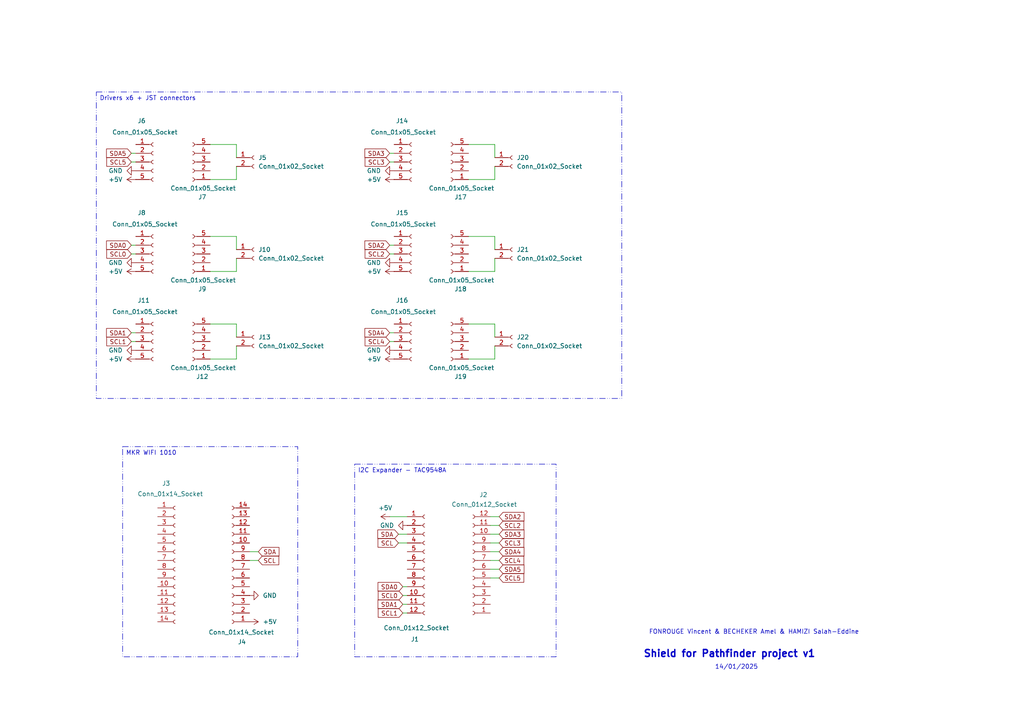
<source format=kicad_sch>
(kicad_sch
	(version 20231120)
	(generator "eeschema")
	(generator_version "8.0")
	(uuid "95bf420d-211e-4772-b734-365a368f0cf4")
	(paper "A4")
	(lib_symbols
		(symbol "Connector:Conn_01x02_Socket"
			(pin_names
				(offset 1.016) hide)
			(exclude_from_sim no)
			(in_bom yes)
			(on_board yes)
			(property "Reference" "J"
				(at 0 2.54 0)
				(effects
					(font
						(size 1.27 1.27)
					)
				)
			)
			(property "Value" "Conn_01x02_Socket"
				(at 0 -5.08 0)
				(effects
					(font
						(size 1.27 1.27)
					)
				)
			)
			(property "Footprint" ""
				(at 0 0 0)
				(effects
					(font
						(size 1.27 1.27)
					)
					(hide yes)
				)
			)
			(property "Datasheet" "~"
				(at 0 0 0)
				(effects
					(font
						(size 1.27 1.27)
					)
					(hide yes)
				)
			)
			(property "Description" "Generic connector, single row, 01x02, script generated"
				(at 0 0 0)
				(effects
					(font
						(size 1.27 1.27)
					)
					(hide yes)
				)
			)
			(property "ki_locked" ""
				(at 0 0 0)
				(effects
					(font
						(size 1.27 1.27)
					)
				)
			)
			(property "ki_keywords" "connector"
				(at 0 0 0)
				(effects
					(font
						(size 1.27 1.27)
					)
					(hide yes)
				)
			)
			(property "ki_fp_filters" "Connector*:*_1x??_*"
				(at 0 0 0)
				(effects
					(font
						(size 1.27 1.27)
					)
					(hide yes)
				)
			)
			(symbol "Conn_01x02_Socket_1_1"
				(arc
					(start 0 -2.032)
					(mid -0.5058 -2.54)
					(end 0 -3.048)
					(stroke
						(width 0.1524)
						(type default)
					)
					(fill
						(type none)
					)
				)
				(polyline
					(pts
						(xy -1.27 -2.54) (xy -0.508 -2.54)
					)
					(stroke
						(width 0.1524)
						(type default)
					)
					(fill
						(type none)
					)
				)
				(polyline
					(pts
						(xy -1.27 0) (xy -0.508 0)
					)
					(stroke
						(width 0.1524)
						(type default)
					)
					(fill
						(type none)
					)
				)
				(arc
					(start 0 0.508)
					(mid -0.5058 0)
					(end 0 -0.508)
					(stroke
						(width 0.1524)
						(type default)
					)
					(fill
						(type none)
					)
				)
				(pin passive line
					(at -5.08 0 0)
					(length 3.81)
					(name "Pin_1"
						(effects
							(font
								(size 1.27 1.27)
							)
						)
					)
					(number "1"
						(effects
							(font
								(size 1.27 1.27)
							)
						)
					)
				)
				(pin passive line
					(at -5.08 -2.54 0)
					(length 3.81)
					(name "Pin_2"
						(effects
							(font
								(size 1.27 1.27)
							)
						)
					)
					(number "2"
						(effects
							(font
								(size 1.27 1.27)
							)
						)
					)
				)
			)
		)
		(symbol "Connector:Conn_01x05_Socket"
			(pin_names
				(offset 1.016) hide)
			(exclude_from_sim no)
			(in_bom yes)
			(on_board yes)
			(property "Reference" "J"
				(at 0 7.62 0)
				(effects
					(font
						(size 1.27 1.27)
					)
				)
			)
			(property "Value" "Conn_01x05_Socket"
				(at 0 -7.62 0)
				(effects
					(font
						(size 1.27 1.27)
					)
				)
			)
			(property "Footprint" ""
				(at 0 0 0)
				(effects
					(font
						(size 1.27 1.27)
					)
					(hide yes)
				)
			)
			(property "Datasheet" "~"
				(at 0 0 0)
				(effects
					(font
						(size 1.27 1.27)
					)
					(hide yes)
				)
			)
			(property "Description" "Generic connector, single row, 01x05, script generated"
				(at 0 0 0)
				(effects
					(font
						(size 1.27 1.27)
					)
					(hide yes)
				)
			)
			(property "ki_locked" ""
				(at 0 0 0)
				(effects
					(font
						(size 1.27 1.27)
					)
				)
			)
			(property "ki_keywords" "connector"
				(at 0 0 0)
				(effects
					(font
						(size 1.27 1.27)
					)
					(hide yes)
				)
			)
			(property "ki_fp_filters" "Connector*:*_1x??_*"
				(at 0 0 0)
				(effects
					(font
						(size 1.27 1.27)
					)
					(hide yes)
				)
			)
			(symbol "Conn_01x05_Socket_1_1"
				(arc
					(start 0 -4.572)
					(mid -0.5058 -5.08)
					(end 0 -5.588)
					(stroke
						(width 0.1524)
						(type default)
					)
					(fill
						(type none)
					)
				)
				(arc
					(start 0 -2.032)
					(mid -0.5058 -2.54)
					(end 0 -3.048)
					(stroke
						(width 0.1524)
						(type default)
					)
					(fill
						(type none)
					)
				)
				(polyline
					(pts
						(xy -1.27 -5.08) (xy -0.508 -5.08)
					)
					(stroke
						(width 0.1524)
						(type default)
					)
					(fill
						(type none)
					)
				)
				(polyline
					(pts
						(xy -1.27 -2.54) (xy -0.508 -2.54)
					)
					(stroke
						(width 0.1524)
						(type default)
					)
					(fill
						(type none)
					)
				)
				(polyline
					(pts
						(xy -1.27 0) (xy -0.508 0)
					)
					(stroke
						(width 0.1524)
						(type default)
					)
					(fill
						(type none)
					)
				)
				(polyline
					(pts
						(xy -1.27 2.54) (xy -0.508 2.54)
					)
					(stroke
						(width 0.1524)
						(type default)
					)
					(fill
						(type none)
					)
				)
				(polyline
					(pts
						(xy -1.27 5.08) (xy -0.508 5.08)
					)
					(stroke
						(width 0.1524)
						(type default)
					)
					(fill
						(type none)
					)
				)
				(arc
					(start 0 0.508)
					(mid -0.5058 0)
					(end 0 -0.508)
					(stroke
						(width 0.1524)
						(type default)
					)
					(fill
						(type none)
					)
				)
				(arc
					(start 0 3.048)
					(mid -0.5058 2.54)
					(end 0 2.032)
					(stroke
						(width 0.1524)
						(type default)
					)
					(fill
						(type none)
					)
				)
				(arc
					(start 0 5.588)
					(mid -0.5058 5.08)
					(end 0 4.572)
					(stroke
						(width 0.1524)
						(type default)
					)
					(fill
						(type none)
					)
				)
				(pin passive line
					(at -5.08 5.08 0)
					(length 3.81)
					(name "Pin_1"
						(effects
							(font
								(size 1.27 1.27)
							)
						)
					)
					(number "1"
						(effects
							(font
								(size 1.27 1.27)
							)
						)
					)
				)
				(pin passive line
					(at -5.08 2.54 0)
					(length 3.81)
					(name "Pin_2"
						(effects
							(font
								(size 1.27 1.27)
							)
						)
					)
					(number "2"
						(effects
							(font
								(size 1.27 1.27)
							)
						)
					)
				)
				(pin passive line
					(at -5.08 0 0)
					(length 3.81)
					(name "Pin_3"
						(effects
							(font
								(size 1.27 1.27)
							)
						)
					)
					(number "3"
						(effects
							(font
								(size 1.27 1.27)
							)
						)
					)
				)
				(pin passive line
					(at -5.08 -2.54 0)
					(length 3.81)
					(name "Pin_4"
						(effects
							(font
								(size 1.27 1.27)
							)
						)
					)
					(number "4"
						(effects
							(font
								(size 1.27 1.27)
							)
						)
					)
				)
				(pin passive line
					(at -5.08 -5.08 0)
					(length 3.81)
					(name "Pin_5"
						(effects
							(font
								(size 1.27 1.27)
							)
						)
					)
					(number "5"
						(effects
							(font
								(size 1.27 1.27)
							)
						)
					)
				)
			)
		)
		(symbol "Connector:Conn_01x12_Socket"
			(pin_names
				(offset 1.016) hide)
			(exclude_from_sim no)
			(in_bom yes)
			(on_board yes)
			(property "Reference" "J"
				(at 0 15.24 0)
				(effects
					(font
						(size 1.27 1.27)
					)
				)
			)
			(property "Value" "Conn_01x12_Socket"
				(at 0 -17.78 0)
				(effects
					(font
						(size 1.27 1.27)
					)
				)
			)
			(property "Footprint" ""
				(at 0 0 0)
				(effects
					(font
						(size 1.27 1.27)
					)
					(hide yes)
				)
			)
			(property "Datasheet" "~"
				(at 0 0 0)
				(effects
					(font
						(size 1.27 1.27)
					)
					(hide yes)
				)
			)
			(property "Description" "Generic connector, single row, 01x12, script generated"
				(at 0 0 0)
				(effects
					(font
						(size 1.27 1.27)
					)
					(hide yes)
				)
			)
			(property "ki_locked" ""
				(at 0 0 0)
				(effects
					(font
						(size 1.27 1.27)
					)
				)
			)
			(property "ki_keywords" "connector"
				(at 0 0 0)
				(effects
					(font
						(size 1.27 1.27)
					)
					(hide yes)
				)
			)
			(property "ki_fp_filters" "Connector*:*_1x??_*"
				(at 0 0 0)
				(effects
					(font
						(size 1.27 1.27)
					)
					(hide yes)
				)
			)
			(symbol "Conn_01x12_Socket_1_1"
				(arc
					(start 0 -14.732)
					(mid -0.5058 -15.24)
					(end 0 -15.748)
					(stroke
						(width 0.1524)
						(type default)
					)
					(fill
						(type none)
					)
				)
				(arc
					(start 0 -12.192)
					(mid -0.5058 -12.7)
					(end 0 -13.208)
					(stroke
						(width 0.1524)
						(type default)
					)
					(fill
						(type none)
					)
				)
				(arc
					(start 0 -9.652)
					(mid -0.5058 -10.16)
					(end 0 -10.668)
					(stroke
						(width 0.1524)
						(type default)
					)
					(fill
						(type none)
					)
				)
				(arc
					(start 0 -7.112)
					(mid -0.5058 -7.62)
					(end 0 -8.128)
					(stroke
						(width 0.1524)
						(type default)
					)
					(fill
						(type none)
					)
				)
				(arc
					(start 0 -4.572)
					(mid -0.5058 -5.08)
					(end 0 -5.588)
					(stroke
						(width 0.1524)
						(type default)
					)
					(fill
						(type none)
					)
				)
				(arc
					(start 0 -2.032)
					(mid -0.5058 -2.54)
					(end 0 -3.048)
					(stroke
						(width 0.1524)
						(type default)
					)
					(fill
						(type none)
					)
				)
				(polyline
					(pts
						(xy -1.27 -15.24) (xy -0.508 -15.24)
					)
					(stroke
						(width 0.1524)
						(type default)
					)
					(fill
						(type none)
					)
				)
				(polyline
					(pts
						(xy -1.27 -12.7) (xy -0.508 -12.7)
					)
					(stroke
						(width 0.1524)
						(type default)
					)
					(fill
						(type none)
					)
				)
				(polyline
					(pts
						(xy -1.27 -10.16) (xy -0.508 -10.16)
					)
					(stroke
						(width 0.1524)
						(type default)
					)
					(fill
						(type none)
					)
				)
				(polyline
					(pts
						(xy -1.27 -7.62) (xy -0.508 -7.62)
					)
					(stroke
						(width 0.1524)
						(type default)
					)
					(fill
						(type none)
					)
				)
				(polyline
					(pts
						(xy -1.27 -5.08) (xy -0.508 -5.08)
					)
					(stroke
						(width 0.1524)
						(type default)
					)
					(fill
						(type none)
					)
				)
				(polyline
					(pts
						(xy -1.27 -2.54) (xy -0.508 -2.54)
					)
					(stroke
						(width 0.1524)
						(type default)
					)
					(fill
						(type none)
					)
				)
				(polyline
					(pts
						(xy -1.27 0) (xy -0.508 0)
					)
					(stroke
						(width 0.1524)
						(type default)
					)
					(fill
						(type none)
					)
				)
				(polyline
					(pts
						(xy -1.27 2.54) (xy -0.508 2.54)
					)
					(stroke
						(width 0.1524)
						(type default)
					)
					(fill
						(type none)
					)
				)
				(polyline
					(pts
						(xy -1.27 5.08) (xy -0.508 5.08)
					)
					(stroke
						(width 0.1524)
						(type default)
					)
					(fill
						(type none)
					)
				)
				(polyline
					(pts
						(xy -1.27 7.62) (xy -0.508 7.62)
					)
					(stroke
						(width 0.1524)
						(type default)
					)
					(fill
						(type none)
					)
				)
				(polyline
					(pts
						(xy -1.27 10.16) (xy -0.508 10.16)
					)
					(stroke
						(width 0.1524)
						(type default)
					)
					(fill
						(type none)
					)
				)
				(polyline
					(pts
						(xy -1.27 12.7) (xy -0.508 12.7)
					)
					(stroke
						(width 0.1524)
						(type default)
					)
					(fill
						(type none)
					)
				)
				(arc
					(start 0 0.508)
					(mid -0.5058 0)
					(end 0 -0.508)
					(stroke
						(width 0.1524)
						(type default)
					)
					(fill
						(type none)
					)
				)
				(arc
					(start 0 3.048)
					(mid -0.5058 2.54)
					(end 0 2.032)
					(stroke
						(width 0.1524)
						(type default)
					)
					(fill
						(type none)
					)
				)
				(arc
					(start 0 5.588)
					(mid -0.5058 5.08)
					(end 0 4.572)
					(stroke
						(width 0.1524)
						(type default)
					)
					(fill
						(type none)
					)
				)
				(arc
					(start 0 8.128)
					(mid -0.5058 7.62)
					(end 0 7.112)
					(stroke
						(width 0.1524)
						(type default)
					)
					(fill
						(type none)
					)
				)
				(arc
					(start 0 10.668)
					(mid -0.5058 10.16)
					(end 0 9.652)
					(stroke
						(width 0.1524)
						(type default)
					)
					(fill
						(type none)
					)
				)
				(arc
					(start 0 13.208)
					(mid -0.5058 12.7)
					(end 0 12.192)
					(stroke
						(width 0.1524)
						(type default)
					)
					(fill
						(type none)
					)
				)
				(pin passive line
					(at -5.08 12.7 0)
					(length 3.81)
					(name "Pin_1"
						(effects
							(font
								(size 1.27 1.27)
							)
						)
					)
					(number "1"
						(effects
							(font
								(size 1.27 1.27)
							)
						)
					)
				)
				(pin passive line
					(at -5.08 -10.16 0)
					(length 3.81)
					(name "Pin_10"
						(effects
							(font
								(size 1.27 1.27)
							)
						)
					)
					(number "10"
						(effects
							(font
								(size 1.27 1.27)
							)
						)
					)
				)
				(pin passive line
					(at -5.08 -12.7 0)
					(length 3.81)
					(name "Pin_11"
						(effects
							(font
								(size 1.27 1.27)
							)
						)
					)
					(number "11"
						(effects
							(font
								(size 1.27 1.27)
							)
						)
					)
				)
				(pin passive line
					(at -5.08 -15.24 0)
					(length 3.81)
					(name "Pin_12"
						(effects
							(font
								(size 1.27 1.27)
							)
						)
					)
					(number "12"
						(effects
							(font
								(size 1.27 1.27)
							)
						)
					)
				)
				(pin passive line
					(at -5.08 10.16 0)
					(length 3.81)
					(name "Pin_2"
						(effects
							(font
								(size 1.27 1.27)
							)
						)
					)
					(number "2"
						(effects
							(font
								(size 1.27 1.27)
							)
						)
					)
				)
				(pin passive line
					(at -5.08 7.62 0)
					(length 3.81)
					(name "Pin_3"
						(effects
							(font
								(size 1.27 1.27)
							)
						)
					)
					(number "3"
						(effects
							(font
								(size 1.27 1.27)
							)
						)
					)
				)
				(pin passive line
					(at -5.08 5.08 0)
					(length 3.81)
					(name "Pin_4"
						(effects
							(font
								(size 1.27 1.27)
							)
						)
					)
					(number "4"
						(effects
							(font
								(size 1.27 1.27)
							)
						)
					)
				)
				(pin passive line
					(at -5.08 2.54 0)
					(length 3.81)
					(name "Pin_5"
						(effects
							(font
								(size 1.27 1.27)
							)
						)
					)
					(number "5"
						(effects
							(font
								(size 1.27 1.27)
							)
						)
					)
				)
				(pin passive line
					(at -5.08 0 0)
					(length 3.81)
					(name "Pin_6"
						(effects
							(font
								(size 1.27 1.27)
							)
						)
					)
					(number "6"
						(effects
							(font
								(size 1.27 1.27)
							)
						)
					)
				)
				(pin passive line
					(at -5.08 -2.54 0)
					(length 3.81)
					(name "Pin_7"
						(effects
							(font
								(size 1.27 1.27)
							)
						)
					)
					(number "7"
						(effects
							(font
								(size 1.27 1.27)
							)
						)
					)
				)
				(pin passive line
					(at -5.08 -5.08 0)
					(length 3.81)
					(name "Pin_8"
						(effects
							(font
								(size 1.27 1.27)
							)
						)
					)
					(number "8"
						(effects
							(font
								(size 1.27 1.27)
							)
						)
					)
				)
				(pin passive line
					(at -5.08 -7.62 0)
					(length 3.81)
					(name "Pin_9"
						(effects
							(font
								(size 1.27 1.27)
							)
						)
					)
					(number "9"
						(effects
							(font
								(size 1.27 1.27)
							)
						)
					)
				)
			)
		)
		(symbol "Connector:Conn_01x14_Socket"
			(pin_names
				(offset 1.016) hide)
			(exclude_from_sim no)
			(in_bom yes)
			(on_board yes)
			(property "Reference" "J"
				(at 0 17.78 0)
				(effects
					(font
						(size 1.27 1.27)
					)
				)
			)
			(property "Value" "Conn_01x14_Socket"
				(at 0 -20.32 0)
				(effects
					(font
						(size 1.27 1.27)
					)
				)
			)
			(property "Footprint" ""
				(at 0 0 0)
				(effects
					(font
						(size 1.27 1.27)
					)
					(hide yes)
				)
			)
			(property "Datasheet" "~"
				(at 0 0 0)
				(effects
					(font
						(size 1.27 1.27)
					)
					(hide yes)
				)
			)
			(property "Description" "Generic connector, single row, 01x14, script generated"
				(at 0 0 0)
				(effects
					(font
						(size 1.27 1.27)
					)
					(hide yes)
				)
			)
			(property "ki_locked" ""
				(at 0 0 0)
				(effects
					(font
						(size 1.27 1.27)
					)
				)
			)
			(property "ki_keywords" "connector"
				(at 0 0 0)
				(effects
					(font
						(size 1.27 1.27)
					)
					(hide yes)
				)
			)
			(property "ki_fp_filters" "Connector*:*_1x??_*"
				(at 0 0 0)
				(effects
					(font
						(size 1.27 1.27)
					)
					(hide yes)
				)
			)
			(symbol "Conn_01x14_Socket_1_1"
				(arc
					(start 0 -17.272)
					(mid -0.5058 -17.78)
					(end 0 -18.288)
					(stroke
						(width 0.1524)
						(type default)
					)
					(fill
						(type none)
					)
				)
				(arc
					(start 0 -14.732)
					(mid -0.5058 -15.24)
					(end 0 -15.748)
					(stroke
						(width 0.1524)
						(type default)
					)
					(fill
						(type none)
					)
				)
				(arc
					(start 0 -12.192)
					(mid -0.5058 -12.7)
					(end 0 -13.208)
					(stroke
						(width 0.1524)
						(type default)
					)
					(fill
						(type none)
					)
				)
				(arc
					(start 0 -9.652)
					(mid -0.5058 -10.16)
					(end 0 -10.668)
					(stroke
						(width 0.1524)
						(type default)
					)
					(fill
						(type none)
					)
				)
				(arc
					(start 0 -7.112)
					(mid -0.5058 -7.62)
					(end 0 -8.128)
					(stroke
						(width 0.1524)
						(type default)
					)
					(fill
						(type none)
					)
				)
				(arc
					(start 0 -4.572)
					(mid -0.5058 -5.08)
					(end 0 -5.588)
					(stroke
						(width 0.1524)
						(type default)
					)
					(fill
						(type none)
					)
				)
				(arc
					(start 0 -2.032)
					(mid -0.5058 -2.54)
					(end 0 -3.048)
					(stroke
						(width 0.1524)
						(type default)
					)
					(fill
						(type none)
					)
				)
				(polyline
					(pts
						(xy -1.27 -17.78) (xy -0.508 -17.78)
					)
					(stroke
						(width 0.1524)
						(type default)
					)
					(fill
						(type none)
					)
				)
				(polyline
					(pts
						(xy -1.27 -15.24) (xy -0.508 -15.24)
					)
					(stroke
						(width 0.1524)
						(type default)
					)
					(fill
						(type none)
					)
				)
				(polyline
					(pts
						(xy -1.27 -12.7) (xy -0.508 -12.7)
					)
					(stroke
						(width 0.1524)
						(type default)
					)
					(fill
						(type none)
					)
				)
				(polyline
					(pts
						(xy -1.27 -10.16) (xy -0.508 -10.16)
					)
					(stroke
						(width 0.1524)
						(type default)
					)
					(fill
						(type none)
					)
				)
				(polyline
					(pts
						(xy -1.27 -7.62) (xy -0.508 -7.62)
					)
					(stroke
						(width 0.1524)
						(type default)
					)
					(fill
						(type none)
					)
				)
				(polyline
					(pts
						(xy -1.27 -5.08) (xy -0.508 -5.08)
					)
					(stroke
						(width 0.1524)
						(type default)
					)
					(fill
						(type none)
					)
				)
				(polyline
					(pts
						(xy -1.27 -2.54) (xy -0.508 -2.54)
					)
					(stroke
						(width 0.1524)
						(type default)
					)
					(fill
						(type none)
					)
				)
				(polyline
					(pts
						(xy -1.27 0) (xy -0.508 0)
					)
					(stroke
						(width 0.1524)
						(type default)
					)
					(fill
						(type none)
					)
				)
				(polyline
					(pts
						(xy -1.27 2.54) (xy -0.508 2.54)
					)
					(stroke
						(width 0.1524)
						(type default)
					)
					(fill
						(type none)
					)
				)
				(polyline
					(pts
						(xy -1.27 5.08) (xy -0.508 5.08)
					)
					(stroke
						(width 0.1524)
						(type default)
					)
					(fill
						(type none)
					)
				)
				(polyline
					(pts
						(xy -1.27 7.62) (xy -0.508 7.62)
					)
					(stroke
						(width 0.1524)
						(type default)
					)
					(fill
						(type none)
					)
				)
				(polyline
					(pts
						(xy -1.27 10.16) (xy -0.508 10.16)
					)
					(stroke
						(width 0.1524)
						(type default)
					)
					(fill
						(type none)
					)
				)
				(polyline
					(pts
						(xy -1.27 12.7) (xy -0.508 12.7)
					)
					(stroke
						(width 0.1524)
						(type default)
					)
					(fill
						(type none)
					)
				)
				(polyline
					(pts
						(xy -1.27 15.24) (xy -0.508 15.24)
					)
					(stroke
						(width 0.1524)
						(type default)
					)
					(fill
						(type none)
					)
				)
				(arc
					(start 0 0.508)
					(mid -0.5058 0)
					(end 0 -0.508)
					(stroke
						(width 0.1524)
						(type default)
					)
					(fill
						(type none)
					)
				)
				(arc
					(start 0 3.048)
					(mid -0.5058 2.54)
					(end 0 2.032)
					(stroke
						(width 0.1524)
						(type default)
					)
					(fill
						(type none)
					)
				)
				(arc
					(start 0 5.588)
					(mid -0.5058 5.08)
					(end 0 4.572)
					(stroke
						(width 0.1524)
						(type default)
					)
					(fill
						(type none)
					)
				)
				(arc
					(start 0 8.128)
					(mid -0.5058 7.62)
					(end 0 7.112)
					(stroke
						(width 0.1524)
						(type default)
					)
					(fill
						(type none)
					)
				)
				(arc
					(start 0 10.668)
					(mid -0.5058 10.16)
					(end 0 9.652)
					(stroke
						(width 0.1524)
						(type default)
					)
					(fill
						(type none)
					)
				)
				(arc
					(start 0 13.208)
					(mid -0.5058 12.7)
					(end 0 12.192)
					(stroke
						(width 0.1524)
						(type default)
					)
					(fill
						(type none)
					)
				)
				(arc
					(start 0 15.748)
					(mid -0.5058 15.24)
					(end 0 14.732)
					(stroke
						(width 0.1524)
						(type default)
					)
					(fill
						(type none)
					)
				)
				(pin passive line
					(at -5.08 15.24 0)
					(length 3.81)
					(name "Pin_1"
						(effects
							(font
								(size 1.27 1.27)
							)
						)
					)
					(number "1"
						(effects
							(font
								(size 1.27 1.27)
							)
						)
					)
				)
				(pin passive line
					(at -5.08 -7.62 0)
					(length 3.81)
					(name "Pin_10"
						(effects
							(font
								(size 1.27 1.27)
							)
						)
					)
					(number "10"
						(effects
							(font
								(size 1.27 1.27)
							)
						)
					)
				)
				(pin passive line
					(at -5.08 -10.16 0)
					(length 3.81)
					(name "Pin_11"
						(effects
							(font
								(size 1.27 1.27)
							)
						)
					)
					(number "11"
						(effects
							(font
								(size 1.27 1.27)
							)
						)
					)
				)
				(pin passive line
					(at -5.08 -12.7 0)
					(length 3.81)
					(name "Pin_12"
						(effects
							(font
								(size 1.27 1.27)
							)
						)
					)
					(number "12"
						(effects
							(font
								(size 1.27 1.27)
							)
						)
					)
				)
				(pin passive line
					(at -5.08 -15.24 0)
					(length 3.81)
					(name "Pin_13"
						(effects
							(font
								(size 1.27 1.27)
							)
						)
					)
					(number "13"
						(effects
							(font
								(size 1.27 1.27)
							)
						)
					)
				)
				(pin passive line
					(at -5.08 -17.78 0)
					(length 3.81)
					(name "Pin_14"
						(effects
							(font
								(size 1.27 1.27)
							)
						)
					)
					(number "14"
						(effects
							(font
								(size 1.27 1.27)
							)
						)
					)
				)
				(pin passive line
					(at -5.08 12.7 0)
					(length 3.81)
					(name "Pin_2"
						(effects
							(font
								(size 1.27 1.27)
							)
						)
					)
					(number "2"
						(effects
							(font
								(size 1.27 1.27)
							)
						)
					)
				)
				(pin passive line
					(at -5.08 10.16 0)
					(length 3.81)
					(name "Pin_3"
						(effects
							(font
								(size 1.27 1.27)
							)
						)
					)
					(number "3"
						(effects
							(font
								(size 1.27 1.27)
							)
						)
					)
				)
				(pin passive line
					(at -5.08 7.62 0)
					(length 3.81)
					(name "Pin_4"
						(effects
							(font
								(size 1.27 1.27)
							)
						)
					)
					(number "4"
						(effects
							(font
								(size 1.27 1.27)
							)
						)
					)
				)
				(pin passive line
					(at -5.08 5.08 0)
					(length 3.81)
					(name "Pin_5"
						(effects
							(font
								(size 1.27 1.27)
							)
						)
					)
					(number "5"
						(effects
							(font
								(size 1.27 1.27)
							)
						)
					)
				)
				(pin passive line
					(at -5.08 2.54 0)
					(length 3.81)
					(name "Pin_6"
						(effects
							(font
								(size 1.27 1.27)
							)
						)
					)
					(number "6"
						(effects
							(font
								(size 1.27 1.27)
							)
						)
					)
				)
				(pin passive line
					(at -5.08 0 0)
					(length 3.81)
					(name "Pin_7"
						(effects
							(font
								(size 1.27 1.27)
							)
						)
					)
					(number "7"
						(effects
							(font
								(size 1.27 1.27)
							)
						)
					)
				)
				(pin passive line
					(at -5.08 -2.54 0)
					(length 3.81)
					(name "Pin_8"
						(effects
							(font
								(size 1.27 1.27)
							)
						)
					)
					(number "8"
						(effects
							(font
								(size 1.27 1.27)
							)
						)
					)
				)
				(pin passive line
					(at -5.08 -5.08 0)
					(length 3.81)
					(name "Pin_9"
						(effects
							(font
								(size 1.27 1.27)
							)
						)
					)
					(number "9"
						(effects
							(font
								(size 1.27 1.27)
							)
						)
					)
				)
			)
		)
		(symbol "power:+5V"
			(power)
			(pin_numbers hide)
			(pin_names
				(offset 0) hide)
			(exclude_from_sim no)
			(in_bom yes)
			(on_board yes)
			(property "Reference" "#PWR"
				(at 0 -3.81 0)
				(effects
					(font
						(size 1.27 1.27)
					)
					(hide yes)
				)
			)
			(property "Value" "+5V"
				(at 0 3.556 0)
				(effects
					(font
						(size 1.27 1.27)
					)
				)
			)
			(property "Footprint" ""
				(at 0 0 0)
				(effects
					(font
						(size 1.27 1.27)
					)
					(hide yes)
				)
			)
			(property "Datasheet" ""
				(at 0 0 0)
				(effects
					(font
						(size 1.27 1.27)
					)
					(hide yes)
				)
			)
			(property "Description" "Power symbol creates a global label with name \"+5V\""
				(at 0 0 0)
				(effects
					(font
						(size 1.27 1.27)
					)
					(hide yes)
				)
			)
			(property "ki_keywords" "global power"
				(at 0 0 0)
				(effects
					(font
						(size 1.27 1.27)
					)
					(hide yes)
				)
			)
			(symbol "+5V_0_1"
				(polyline
					(pts
						(xy -0.762 1.27) (xy 0 2.54)
					)
					(stroke
						(width 0)
						(type default)
					)
					(fill
						(type none)
					)
				)
				(polyline
					(pts
						(xy 0 0) (xy 0 2.54)
					)
					(stroke
						(width 0)
						(type default)
					)
					(fill
						(type none)
					)
				)
				(polyline
					(pts
						(xy 0 2.54) (xy 0.762 1.27)
					)
					(stroke
						(width 0)
						(type default)
					)
					(fill
						(type none)
					)
				)
			)
			(symbol "+5V_1_1"
				(pin power_in line
					(at 0 0 90)
					(length 0)
					(name "~"
						(effects
							(font
								(size 1.27 1.27)
							)
						)
					)
					(number "1"
						(effects
							(font
								(size 1.27 1.27)
							)
						)
					)
				)
			)
		)
		(symbol "power:GND"
			(power)
			(pin_numbers hide)
			(pin_names
				(offset 0) hide)
			(exclude_from_sim no)
			(in_bom yes)
			(on_board yes)
			(property "Reference" "#PWR"
				(at 0 -6.35 0)
				(effects
					(font
						(size 1.27 1.27)
					)
					(hide yes)
				)
			)
			(property "Value" "GND"
				(at 0 -3.81 0)
				(effects
					(font
						(size 1.27 1.27)
					)
				)
			)
			(property "Footprint" ""
				(at 0 0 0)
				(effects
					(font
						(size 1.27 1.27)
					)
					(hide yes)
				)
			)
			(property "Datasheet" ""
				(at 0 0 0)
				(effects
					(font
						(size 1.27 1.27)
					)
					(hide yes)
				)
			)
			(property "Description" "Power symbol creates a global label with name \"GND\" , ground"
				(at 0 0 0)
				(effects
					(font
						(size 1.27 1.27)
					)
					(hide yes)
				)
			)
			(property "ki_keywords" "global power"
				(at 0 0 0)
				(effects
					(font
						(size 1.27 1.27)
					)
					(hide yes)
				)
			)
			(symbol "GND_0_1"
				(polyline
					(pts
						(xy 0 0) (xy 0 -1.27) (xy 1.27 -1.27) (xy 0 -2.54) (xy -1.27 -1.27) (xy 0 -1.27)
					)
					(stroke
						(width 0)
						(type default)
					)
					(fill
						(type none)
					)
				)
			)
			(symbol "GND_1_1"
				(pin power_in line
					(at 0 0 270)
					(length 0)
					(name "~"
						(effects
							(font
								(size 1.27 1.27)
							)
						)
					)
					(number "1"
						(effects
							(font
								(size 1.27 1.27)
							)
						)
					)
				)
			)
		)
	)
	(wire
		(pts
			(xy 113.03 96.52) (xy 114.3 96.52)
		)
		(stroke
			(width 0)
			(type default)
		)
		(uuid "0152169c-926e-4a72-a94f-f701a82f26b3")
	)
	(wire
		(pts
			(xy 68.58 97.79) (xy 68.58 93.98)
		)
		(stroke
			(width 0)
			(type default)
		)
		(uuid "0b4acbd2-e4c3-4b71-8305-0ccc660bb9b2")
	)
	(wire
		(pts
			(xy 142.24 165.1) (xy 144.78 165.1)
		)
		(stroke
			(width 0)
			(type default)
		)
		(uuid "12374e74-ead5-4807-a2d2-ae42a127cdb4")
	)
	(wire
		(pts
			(xy 116.84 175.26) (xy 118.11 175.26)
		)
		(stroke
			(width 0)
			(type default)
		)
		(uuid "160cd16e-0b6a-417d-b250-5cbf4b0ba308")
	)
	(wire
		(pts
			(xy 135.89 104.14) (xy 143.51 104.14)
		)
		(stroke
			(width 0)
			(type default)
		)
		(uuid "1db5b715-2366-49f3-9ce6-b3ebb564e1e6")
	)
	(wire
		(pts
			(xy 116.84 170.18) (xy 118.11 170.18)
		)
		(stroke
			(width 0)
			(type default)
		)
		(uuid "1fd71541-42d3-4d06-b4c0-5717471f77ae")
	)
	(wire
		(pts
			(xy 38.1 44.45) (xy 39.37 44.45)
		)
		(stroke
			(width 0)
			(type default)
		)
		(uuid "20f6132c-c5bc-4f01-87a3-e18434d67c05")
	)
	(wire
		(pts
			(xy 113.03 71.12) (xy 114.3 71.12)
		)
		(stroke
			(width 0)
			(type default)
		)
		(uuid "21ba9067-1698-4b3f-985b-5c9edc9a48f1")
	)
	(wire
		(pts
			(xy 115.57 154.94) (xy 118.11 154.94)
		)
		(stroke
			(width 0)
			(type default)
		)
		(uuid "264cde7f-5795-4712-bfaa-001e42133d48")
	)
	(wire
		(pts
			(xy 116.84 172.72) (xy 118.11 172.72)
		)
		(stroke
			(width 0)
			(type default)
		)
		(uuid "2677903c-611f-452d-9408-81784bf02a25")
	)
	(wire
		(pts
			(xy 38.1 71.12) (xy 39.37 71.12)
		)
		(stroke
			(width 0)
			(type default)
		)
		(uuid "3905d926-7afb-4569-b673-21e3028cd275")
	)
	(wire
		(pts
			(xy 68.58 104.14) (xy 68.58 100.33)
		)
		(stroke
			(width 0)
			(type default)
		)
		(uuid "3de538a6-f668-4324-bfd0-b84a1dbf22b6")
	)
	(wire
		(pts
			(xy 143.51 78.74) (xy 143.51 74.93)
		)
		(stroke
			(width 0)
			(type default)
		)
		(uuid "425d2c35-6ee5-4e22-80c5-057b862e38f0")
	)
	(wire
		(pts
			(xy 143.51 41.91) (xy 135.89 41.91)
		)
		(stroke
			(width 0)
			(type default)
		)
		(uuid "4a0fb3b4-4c48-4c30-b2a8-5659aacf0346")
	)
	(wire
		(pts
			(xy 113.03 149.86) (xy 118.11 149.86)
		)
		(stroke
			(width 0)
			(type default)
		)
		(uuid "4bfe0962-3c01-44f7-8977-169d8b16b471")
	)
	(wire
		(pts
			(xy 68.58 93.98) (xy 60.96 93.98)
		)
		(stroke
			(width 0)
			(type default)
		)
		(uuid "4e685cd5-7206-46b3-b930-b3ae46cb2c6f")
	)
	(wire
		(pts
			(xy 143.51 93.98) (xy 135.89 93.98)
		)
		(stroke
			(width 0)
			(type default)
		)
		(uuid "526ebcec-ead9-490d-8aa9-c0eed1167f6e")
	)
	(wire
		(pts
			(xy 38.1 73.66) (xy 39.37 73.66)
		)
		(stroke
			(width 0)
			(type default)
		)
		(uuid "58ed479b-e34d-45e5-bf7c-c322a9d583f1")
	)
	(wire
		(pts
			(xy 68.58 45.72) (xy 68.58 41.91)
		)
		(stroke
			(width 0)
			(type default)
		)
		(uuid "5bcdf1e8-0564-437c-a603-fc06fed7e2e8")
	)
	(wire
		(pts
			(xy 142.24 149.86) (xy 144.78 149.86)
		)
		(stroke
			(width 0)
			(type default)
		)
		(uuid "5c5463fb-9c00-45dc-8d2f-e0f9dfe8c771")
	)
	(wire
		(pts
			(xy 68.58 72.39) (xy 68.58 68.58)
		)
		(stroke
			(width 0)
			(type default)
		)
		(uuid "6f57c9ae-8b10-45a7-aabb-c5867fecaeef")
	)
	(wire
		(pts
			(xy 143.51 104.14) (xy 143.51 100.33)
		)
		(stroke
			(width 0)
			(type default)
		)
		(uuid "7096f5e9-e897-40a4-a097-a4ab6dc27145")
	)
	(wire
		(pts
			(xy 74.93 162.56) (xy 72.39 162.56)
		)
		(stroke
			(width 0)
			(type default)
		)
		(uuid "739c2e1c-7347-46c8-b71a-f0f44d596680")
	)
	(wire
		(pts
			(xy 60.96 104.14) (xy 68.58 104.14)
		)
		(stroke
			(width 0)
			(type default)
		)
		(uuid "7be1efc5-6e33-422f-84d2-aced37d4da17")
	)
	(wire
		(pts
			(xy 38.1 99.06) (xy 39.37 99.06)
		)
		(stroke
			(width 0)
			(type default)
		)
		(uuid "807f4cb0-34f4-437d-8f12-1e69a823746c")
	)
	(wire
		(pts
			(xy 142.24 157.48) (xy 144.78 157.48)
		)
		(stroke
			(width 0)
			(type default)
		)
		(uuid "8258ff07-32f1-4c95-bc5e-332b3719b30c")
	)
	(wire
		(pts
			(xy 60.96 78.74) (xy 68.58 78.74)
		)
		(stroke
			(width 0)
			(type default)
		)
		(uuid "84809c3c-85ad-4256-9ba4-d3de0148bc08")
	)
	(wire
		(pts
			(xy 142.24 160.02) (xy 144.78 160.02)
		)
		(stroke
			(width 0)
			(type default)
		)
		(uuid "87cbcd94-9c28-4f18-ac45-70cb784cc342")
	)
	(wire
		(pts
			(xy 113.03 99.06) (xy 114.3 99.06)
		)
		(stroke
			(width 0)
			(type default)
		)
		(uuid "8bbac4c8-9351-4575-8b52-4aebaf1386ec")
	)
	(wire
		(pts
			(xy 113.03 73.66) (xy 114.3 73.66)
		)
		(stroke
			(width 0)
			(type default)
		)
		(uuid "90cba774-d2c0-451c-a158-e5e6d69b099c")
	)
	(wire
		(pts
			(xy 143.51 72.39) (xy 143.51 68.58)
		)
		(stroke
			(width 0)
			(type default)
		)
		(uuid "910c2a7e-7f4b-46eb-aa4f-4135c1a3e5d6")
	)
	(wire
		(pts
			(xy 143.51 45.72) (xy 143.51 41.91)
		)
		(stroke
			(width 0)
			(type default)
		)
		(uuid "9b3f9f8f-96da-40a4-bf5b-889c1875524f")
	)
	(wire
		(pts
			(xy 38.1 96.52) (xy 39.37 96.52)
		)
		(stroke
			(width 0)
			(type default)
		)
		(uuid "9f7225f8-0779-4a58-93d2-c28ebe65f96a")
	)
	(wire
		(pts
			(xy 113.03 46.99) (xy 114.3 46.99)
		)
		(stroke
			(width 0)
			(type default)
		)
		(uuid "a4890552-43fd-4376-8b16-eeb6bdeba4fe")
	)
	(wire
		(pts
			(xy 72.39 160.02) (xy 74.93 160.02)
		)
		(stroke
			(width 0)
			(type default)
		)
		(uuid "a545590c-3200-4a73-afde-9198f8b25f17")
	)
	(wire
		(pts
			(xy 68.58 68.58) (xy 60.96 68.58)
		)
		(stroke
			(width 0)
			(type default)
		)
		(uuid "ad53250e-517d-4ca5-8e97-06768685a603")
	)
	(wire
		(pts
			(xy 143.51 52.07) (xy 143.51 48.26)
		)
		(stroke
			(width 0)
			(type default)
		)
		(uuid "ae9b2a26-91a3-44e3-abaf-4f4e335bb7a5")
	)
	(wire
		(pts
			(xy 68.58 78.74) (xy 68.58 74.93)
		)
		(stroke
			(width 0)
			(type default)
		)
		(uuid "b4ff82cc-bf1d-4918-b571-332dc6acb29f")
	)
	(wire
		(pts
			(xy 60.96 52.07) (xy 68.58 52.07)
		)
		(stroke
			(width 0)
			(type default)
		)
		(uuid "b7469579-ad62-4fef-a273-776a2e880d4d")
	)
	(wire
		(pts
			(xy 68.58 52.07) (xy 68.58 48.26)
		)
		(stroke
			(width 0)
			(type default)
		)
		(uuid "c9e86e47-231b-47ec-8ccb-6e828ae39b2d")
	)
	(wire
		(pts
			(xy 116.84 177.8) (xy 118.11 177.8)
		)
		(stroke
			(width 0)
			(type default)
		)
		(uuid "d0e58ef5-78d0-4867-af01-0e45dd43527c")
	)
	(wire
		(pts
			(xy 135.89 78.74) (xy 143.51 78.74)
		)
		(stroke
			(width 0)
			(type default)
		)
		(uuid "d6224d9d-232d-4287-a562-09a5a98625b3")
	)
	(wire
		(pts
			(xy 142.24 167.64) (xy 144.78 167.64)
		)
		(stroke
			(width 0)
			(type default)
		)
		(uuid "d77adc2a-f128-4e04-9fd2-468796017aab")
	)
	(wire
		(pts
			(xy 142.24 152.4) (xy 144.78 152.4)
		)
		(stroke
			(width 0)
			(type default)
		)
		(uuid "dbeb6a46-5472-4d43-bd93-da2295cf1e4f")
	)
	(wire
		(pts
			(xy 135.89 52.07) (xy 143.51 52.07)
		)
		(stroke
			(width 0)
			(type default)
		)
		(uuid "e4e49a80-e9af-4076-b4db-e3d200cc8b0b")
	)
	(wire
		(pts
			(xy 142.24 162.56) (xy 144.78 162.56)
		)
		(stroke
			(width 0)
			(type default)
		)
		(uuid "e6d6e54c-db21-45b8-8c39-91a0db50a36b")
	)
	(wire
		(pts
			(xy 113.03 44.45) (xy 114.3 44.45)
		)
		(stroke
			(width 0)
			(type default)
		)
		(uuid "eb9d3439-d532-4b94-98c6-f8139b48eb4b")
	)
	(wire
		(pts
			(xy 115.57 157.48) (xy 118.11 157.48)
		)
		(stroke
			(width 0)
			(type default)
		)
		(uuid "ed4f492d-2a64-4cb9-b6ac-e9dac41ed2ef")
	)
	(wire
		(pts
			(xy 142.24 154.94) (xy 144.78 154.94)
		)
		(stroke
			(width 0)
			(type default)
		)
		(uuid "ed65e17a-7992-40b2-a25e-3c86e0247b18")
	)
	(wire
		(pts
			(xy 68.58 41.91) (xy 60.96 41.91)
		)
		(stroke
			(width 0)
			(type default)
		)
		(uuid "f0e91f94-c39c-4fa9-9775-d6bf7c228b5b")
	)
	(wire
		(pts
			(xy 143.51 97.79) (xy 143.51 93.98)
		)
		(stroke
			(width 0)
			(type default)
		)
		(uuid "f2903067-f366-4b56-bba0-f2d1786f4128")
	)
	(wire
		(pts
			(xy 143.51 68.58) (xy 135.89 68.58)
		)
		(stroke
			(width 0)
			(type default)
		)
		(uuid "f6f35a84-8ae8-4773-b0c8-b76d38ad3c77")
	)
	(wire
		(pts
			(xy 38.1 46.99) (xy 39.37 46.99)
		)
		(stroke
			(width 0)
			(type default)
		)
		(uuid "fbf63896-a862-4a00-bd58-d4e14c7910fe")
	)
	(text_box "Drivers x6 + JST connectors"
		(exclude_from_sim no)
		(at 27.94 26.67 0)
		(size 152.4 88.9)
		(stroke
			(width 0)
			(type dash_dot_dot)
		)
		(fill
			(type none)
		)
		(effects
			(font
				(size 1.27 1.27)
			)
			(justify left top)
		)
		(uuid "0c190409-8990-4d6d-885c-016833a5f63b")
	)
	(text_box "MKR WIFI 1010"
		(exclude_from_sim no)
		(at 35.56 129.54 0)
		(size 50.8 60.96)
		(stroke
			(width 0)
			(type dash_dot_dot)
		)
		(fill
			(type none)
		)
		(effects
			(font
				(size 1.27 1.27)
			)
			(justify left top)
		)
		(uuid "17049ce9-d9c1-475b-8270-b46aad860893")
	)
	(text_box "I2C Expander - TAC9548A"
		(exclude_from_sim no)
		(at 102.87 134.62 0)
		(size 58.42 55.88)
		(stroke
			(width 0)
			(type dash_dot_dot)
		)
		(fill
			(type none)
		)
		(effects
			(font
				(size 1.27 1.27)
			)
			(justify left top)
		)
		(uuid "2618f353-963e-4142-8b4f-bede96f51cff")
	)
	(text "FONROUGE Vincent & BECHEKER Amel & HAMIZI Salah-Eddine"
		(exclude_from_sim no)
		(at 218.694 183.388 0)
		(effects
			(font
				(size 1.27 1.27)
			)
		)
		(uuid "98205346-24f8-46f3-acf3-825fd28e1622")
	)
	(text "Shield for Pathfinder project v1"
		(exclude_from_sim no)
		(at 211.582 189.738 0)
		(effects
			(font
				(size 2.032 2.032)
				(thickness 0.4064)
				(bold yes)
			)
		)
		(uuid "9d5f4232-c797-4abc-9ff8-22846cfa5774")
	)
	(text "14/01/2025\n"
		(exclude_from_sim no)
		(at 213.614 193.548 0)
		(effects
			(font
				(size 1.27 1.27)
			)
		)
		(uuid "dcdf3daf-8210-4c84-ac91-b4f70e9810a7")
	)
	(global_label "SDA2"
		(shape input)
		(at 144.78 149.86 0)
		(fields_autoplaced yes)
		(effects
			(font
				(size 1.27 1.27)
			)
			(justify left)
		)
		(uuid "0d012e38-77e2-464d-ae96-50ac5541a017")
		(property "Intersheetrefs" "${INTERSHEET_REFS}"
			(at 152.5428 149.86 0)
			(effects
				(font
					(size 1.27 1.27)
				)
				(justify left)
				(hide yes)
			)
		)
	)
	(global_label "SDA"
		(shape input)
		(at 74.93 160.02 0)
		(fields_autoplaced yes)
		(effects
			(font
				(size 1.27 1.27)
			)
			(justify left)
		)
		(uuid "113f0c09-d496-488a-91d7-267270bb4c07")
		(property "Intersheetrefs" "${INTERSHEET_REFS}"
			(at 81.4833 160.02 0)
			(effects
				(font
					(size 1.27 1.27)
				)
				(justify left)
				(hide yes)
			)
		)
	)
	(global_label "SCL3"
		(shape input)
		(at 144.78 157.48 0)
		(fields_autoplaced yes)
		(effects
			(font
				(size 1.27 1.27)
			)
			(justify left)
		)
		(uuid "23d8ee5a-6b80-486a-8b89-b2f55fcf5d33")
		(property "Intersheetrefs" "${INTERSHEET_REFS}"
			(at 152.4823 157.48 0)
			(effects
				(font
					(size 1.27 1.27)
				)
				(justify left)
				(hide yes)
			)
		)
	)
	(global_label "SCL5"
		(shape input)
		(at 144.78 167.64 0)
		(fields_autoplaced yes)
		(effects
			(font
				(size 1.27 1.27)
			)
			(justify left)
		)
		(uuid "2840b41d-e9ea-4b09-8b64-3d9708a443cc")
		(property "Intersheetrefs" "${INTERSHEET_REFS}"
			(at 152.4823 167.64 0)
			(effects
				(font
					(size 1.27 1.27)
				)
				(justify left)
				(hide yes)
			)
		)
	)
	(global_label "SDA3"
		(shape input)
		(at 113.03 44.45 180)
		(fields_autoplaced yes)
		(effects
			(font
				(size 1.27 1.27)
			)
			(justify right)
		)
		(uuid "2b4c1730-7eab-4bc1-b238-55da09fa7d34")
		(property "Intersheetrefs" "${INTERSHEET_REFS}"
			(at 105.2672 44.45 0)
			(effects
				(font
					(size 1.27 1.27)
				)
				(justify right)
				(hide yes)
			)
		)
	)
	(global_label "SCL0"
		(shape input)
		(at 38.1 73.66 180)
		(fields_autoplaced yes)
		(effects
			(font
				(size 1.27 1.27)
			)
			(justify right)
		)
		(uuid "32ff50ad-539a-4e5e-9b29-0d0fa3529ad6")
		(property "Intersheetrefs" "${INTERSHEET_REFS}"
			(at 30.3977 73.66 0)
			(effects
				(font
					(size 1.27 1.27)
				)
				(justify right)
				(hide yes)
			)
		)
	)
	(global_label "SDA1"
		(shape input)
		(at 38.1 96.52 180)
		(fields_autoplaced yes)
		(effects
			(font
				(size 1.27 1.27)
			)
			(justify right)
		)
		(uuid "3a6c9814-f0b1-4d51-933f-de755fdfd965")
		(property "Intersheetrefs" "${INTERSHEET_REFS}"
			(at 30.3372 96.52 0)
			(effects
				(font
					(size 1.27 1.27)
				)
				(justify right)
				(hide yes)
			)
		)
	)
	(global_label "SCL2"
		(shape input)
		(at 144.78 152.4 0)
		(fields_autoplaced yes)
		(effects
			(font
				(size 1.27 1.27)
			)
			(justify left)
		)
		(uuid "4cb2488f-e16b-4292-a1ab-ab023909c162")
		(property "Intersheetrefs" "${INTERSHEET_REFS}"
			(at 152.4823 152.4 0)
			(effects
				(font
					(size 1.27 1.27)
				)
				(justify left)
				(hide yes)
			)
		)
	)
	(global_label "SDA4"
		(shape input)
		(at 144.78 160.02 0)
		(fields_autoplaced yes)
		(effects
			(font
				(size 1.27 1.27)
			)
			(justify left)
		)
		(uuid "5073953f-b718-49bb-b16a-2c8855da6d2a")
		(property "Intersheetrefs" "${INTERSHEET_REFS}"
			(at 152.5428 160.02 0)
			(effects
				(font
					(size 1.27 1.27)
				)
				(justify left)
				(hide yes)
			)
		)
	)
	(global_label "SCL2"
		(shape input)
		(at 113.03 73.66 180)
		(fields_autoplaced yes)
		(effects
			(font
				(size 1.27 1.27)
			)
			(justify right)
		)
		(uuid "532d1b78-3dbf-48d9-aab0-17de0965c5de")
		(property "Intersheetrefs" "${INTERSHEET_REFS}"
			(at 105.3277 73.66 0)
			(effects
				(font
					(size 1.27 1.27)
				)
				(justify right)
				(hide yes)
			)
		)
	)
	(global_label "SDA5"
		(shape input)
		(at 38.1 44.45 180)
		(fields_autoplaced yes)
		(effects
			(font
				(size 1.27 1.27)
			)
			(justify right)
		)
		(uuid "5635998b-0805-4409-a412-200939fa306c")
		(property "Intersheetrefs" "${INTERSHEET_REFS}"
			(at 30.3372 44.45 0)
			(effects
				(font
					(size 1.27 1.27)
				)
				(justify right)
				(hide yes)
			)
		)
	)
	(global_label "SDA0"
		(shape input)
		(at 38.1 71.12 180)
		(fields_autoplaced yes)
		(effects
			(font
				(size 1.27 1.27)
			)
			(justify right)
		)
		(uuid "63707031-0879-4f08-8ab0-bdfb1cb0e4dc")
		(property "Intersheetrefs" "${INTERSHEET_REFS}"
			(at 30.3372 71.12 0)
			(effects
				(font
					(size 1.27 1.27)
				)
				(justify right)
				(hide yes)
			)
		)
	)
	(global_label "SDA4"
		(shape input)
		(at 113.03 96.52 180)
		(fields_autoplaced yes)
		(effects
			(font
				(size 1.27 1.27)
			)
			(justify right)
		)
		(uuid "683fe659-4070-45cc-9a03-9f060a89ada6")
		(property "Intersheetrefs" "${INTERSHEET_REFS}"
			(at 105.2672 96.52 0)
			(effects
				(font
					(size 1.27 1.27)
				)
				(justify right)
				(hide yes)
			)
		)
	)
	(global_label "SCL1"
		(shape input)
		(at 38.1 99.06 180)
		(fields_autoplaced yes)
		(effects
			(font
				(size 1.27 1.27)
			)
			(justify right)
		)
		(uuid "6b965b0f-de4c-4671-af20-193e03f9e3aa")
		(property "Intersheetrefs" "${INTERSHEET_REFS}"
			(at 30.3977 99.06 0)
			(effects
				(font
					(size 1.27 1.27)
				)
				(justify right)
				(hide yes)
			)
		)
	)
	(global_label "SCL3"
		(shape input)
		(at 113.03 46.99 180)
		(fields_autoplaced yes)
		(effects
			(font
				(size 1.27 1.27)
			)
			(justify right)
		)
		(uuid "71e4fc5f-1e1e-4e37-8ddc-27732fe448c2")
		(property "Intersheetrefs" "${INTERSHEET_REFS}"
			(at 105.3277 46.99 0)
			(effects
				(font
					(size 1.27 1.27)
				)
				(justify right)
				(hide yes)
			)
		)
	)
	(global_label "SCL5"
		(shape input)
		(at 38.1 46.99 180)
		(fields_autoplaced yes)
		(effects
			(font
				(size 1.27 1.27)
			)
			(justify right)
		)
		(uuid "793c9f6b-205d-49aa-a887-57863a1e4583")
		(property "Intersheetrefs" "${INTERSHEET_REFS}"
			(at 30.3977 46.99 0)
			(effects
				(font
					(size 1.27 1.27)
				)
				(justify right)
				(hide yes)
			)
		)
	)
	(global_label "SCL0"
		(shape input)
		(at 116.84 172.72 180)
		(fields_autoplaced yes)
		(effects
			(font
				(size 1.27 1.27)
			)
			(justify right)
		)
		(uuid "7c97f6d6-c6d6-4d9f-8ad9-76d5abfb8b2b")
		(property "Intersheetrefs" "${INTERSHEET_REFS}"
			(at 109.1377 172.72 0)
			(effects
				(font
					(size 1.27 1.27)
				)
				(justify right)
				(hide yes)
			)
		)
	)
	(global_label "SCL"
		(shape input)
		(at 74.93 162.56 0)
		(fields_autoplaced yes)
		(effects
			(font
				(size 1.27 1.27)
			)
			(justify left)
		)
		(uuid "86c98c14-66ff-44ee-be2b-39ba8c5f6782")
		(property "Intersheetrefs" "${INTERSHEET_REFS}"
			(at 81.4228 162.56 0)
			(effects
				(font
					(size 1.27 1.27)
				)
				(justify left)
				(hide yes)
			)
		)
	)
	(global_label "SDA"
		(shape input)
		(at 115.57 154.94 180)
		(fields_autoplaced yes)
		(effects
			(font
				(size 1.27 1.27)
			)
			(justify right)
		)
		(uuid "8baed890-9d18-4cb6-85c5-361005519448")
		(property "Intersheetrefs" "${INTERSHEET_REFS}"
			(at 109.0167 154.94 0)
			(effects
				(font
					(size 1.27 1.27)
				)
				(justify right)
				(hide yes)
			)
		)
	)
	(global_label "SDA1"
		(shape input)
		(at 116.84 175.26 180)
		(fields_autoplaced yes)
		(effects
			(font
				(size 1.27 1.27)
			)
			(justify right)
		)
		(uuid "953996e2-83a3-4d67-902b-f7686eb4ce36")
		(property "Intersheetrefs" "${INTERSHEET_REFS}"
			(at 109.0772 175.26 0)
			(effects
				(font
					(size 1.27 1.27)
				)
				(justify right)
				(hide yes)
			)
		)
	)
	(global_label "SCL1"
		(shape input)
		(at 116.84 177.8 180)
		(fields_autoplaced yes)
		(effects
			(font
				(size 1.27 1.27)
			)
			(justify right)
		)
		(uuid "c606bee9-aaa1-4c60-9641-257da0ab0ef4")
		(property "Intersheetrefs" "${INTERSHEET_REFS}"
			(at 109.1377 177.8 0)
			(effects
				(font
					(size 1.27 1.27)
				)
				(justify right)
				(hide yes)
			)
		)
	)
	(global_label "SDA3"
		(shape input)
		(at 144.78 154.94 0)
		(fields_autoplaced yes)
		(effects
			(font
				(size 1.27 1.27)
			)
			(justify left)
		)
		(uuid "cb8bc00d-99b6-4bd1-85d8-a6c5f1d3c0d3")
		(property "Intersheetrefs" "${INTERSHEET_REFS}"
			(at 152.5428 154.94 0)
			(effects
				(font
					(size 1.27 1.27)
				)
				(justify left)
				(hide yes)
			)
		)
	)
	(global_label "SCL"
		(shape input)
		(at 115.57 157.48 180)
		(fields_autoplaced yes)
		(effects
			(font
				(size 1.27 1.27)
			)
			(justify right)
		)
		(uuid "ce7bbd61-c85d-4e4c-9a71-1e3eb5a04dff")
		(property "Intersheetrefs" "${INTERSHEET_REFS}"
			(at 109.0772 157.48 0)
			(effects
				(font
					(size 1.27 1.27)
				)
				(justify right)
				(hide yes)
			)
		)
	)
	(global_label "SDA2"
		(shape input)
		(at 113.03 71.12 180)
		(fields_autoplaced yes)
		(effects
			(font
				(size 1.27 1.27)
			)
			(justify right)
		)
		(uuid "ce847dc5-b017-427d-85c4-a4f41a4e2260")
		(property "Intersheetrefs" "${INTERSHEET_REFS}"
			(at 105.2672 71.12 0)
			(effects
				(font
					(size 1.27 1.27)
				)
				(justify right)
				(hide yes)
			)
		)
	)
	(global_label "SDA5"
		(shape input)
		(at 144.78 165.1 0)
		(fields_autoplaced yes)
		(effects
			(font
				(size 1.27 1.27)
			)
			(justify left)
		)
		(uuid "d859e46b-57fd-40c6-8f8b-668d052f8e31")
		(property "Intersheetrefs" "${INTERSHEET_REFS}"
			(at 152.5428 165.1 0)
			(effects
				(font
					(size 1.27 1.27)
				)
				(justify left)
				(hide yes)
			)
		)
	)
	(global_label "SCL4"
		(shape input)
		(at 113.03 99.06 180)
		(fields_autoplaced yes)
		(effects
			(font
				(size 1.27 1.27)
			)
			(justify right)
		)
		(uuid "e5d31c47-bd80-47bb-bcc0-926d8cb069be")
		(property "Intersheetrefs" "${INTERSHEET_REFS}"
			(at 105.3277 99.06 0)
			(effects
				(font
					(size 1.27 1.27)
				)
				(justify right)
				(hide yes)
			)
		)
	)
	(global_label "SDA0"
		(shape input)
		(at 116.84 170.18 180)
		(fields_autoplaced yes)
		(effects
			(font
				(size 1.27 1.27)
			)
			(justify right)
		)
		(uuid "ee21e31c-a7a2-486c-95b9-d6b96f46336b")
		(property "Intersheetrefs" "${INTERSHEET_REFS}"
			(at 109.0772 170.18 0)
			(effects
				(font
					(size 1.27 1.27)
				)
				(justify right)
				(hide yes)
			)
		)
	)
	(global_label "SCL4"
		(shape input)
		(at 144.78 162.56 0)
		(fields_autoplaced yes)
		(effects
			(font
				(size 1.27 1.27)
			)
			(justify left)
		)
		(uuid "f966b0ca-ccf3-40e4-8920-2cff418e7902")
		(property "Intersheetrefs" "${INTERSHEET_REFS}"
			(at 152.4823 162.56 0)
			(effects
				(font
					(size 1.27 1.27)
				)
				(justify left)
				(hide yes)
			)
		)
	)
	(symbol
		(lib_id "Connector:Conn_01x02_Socket")
		(at 148.59 45.72 0)
		(unit 1)
		(exclude_from_sim no)
		(in_bom yes)
		(on_board yes)
		(dnp no)
		(fields_autoplaced yes)
		(uuid "1173eebd-94b9-4b0e-84fa-9f1e44fb82e5")
		(property "Reference" "J20"
			(at 149.86 45.7199 0)
			(effects
				(font
					(size 1.27 1.27)
				)
				(justify left)
			)
		)
		(property "Value" "Conn_01x02_Socket"
			(at 149.86 48.2599 0)
			(effects
				(font
					(size 1.27 1.27)
				)
				(justify left)
			)
		)
		(property "Footprint" "Connector_JST:JST_EH_S2B-EH_1x02_P2.50mm_Horizontal"
			(at 148.59 45.72 0)
			(effects
				(font
					(size 1.27 1.27)
				)
				(hide yes)
			)
		)
		(property "Datasheet" "~"
			(at 148.59 45.72 0)
			(effects
				(font
					(size 1.27 1.27)
				)
				(hide yes)
			)
		)
		(property "Description" "Generic connector, single row, 01x02, script generated"
			(at 148.59 45.72 0)
			(effects
				(font
					(size 1.27 1.27)
				)
				(hide yes)
			)
		)
		(pin "1"
			(uuid "a9e27406-f320-42c5-9775-ad5d6cb5bd73")
		)
		(pin "2"
			(uuid "6aae6533-4add-48aa-bb70-5a9c70d16b9c")
		)
		(instances
			(project "PCB_designing"
				(path "/95bf420d-211e-4772-b734-365a368f0cf4"
					(reference "J20")
					(unit 1)
				)
			)
		)
	)
	(symbol
		(lib_id "power:+5V")
		(at 39.37 52.07 90)
		(unit 1)
		(exclude_from_sim no)
		(in_bom yes)
		(on_board yes)
		(dnp no)
		(fields_autoplaced yes)
		(uuid "16e77f5e-e5ce-4a66-acb1-ddea44bd6d59")
		(property "Reference" "#PWR02"
			(at 43.18 52.07 0)
			(effects
				(font
					(size 1.27 1.27)
				)
				(hide yes)
			)
		)
		(property "Value" "+5V"
			(at 35.56 52.0699 90)
			(effects
				(font
					(size 1.27 1.27)
				)
				(justify left)
			)
		)
		(property "Footprint" ""
			(at 39.37 52.07 0)
			(effects
				(font
					(size 1.27 1.27)
				)
				(hide yes)
			)
		)
		(property "Datasheet" ""
			(at 39.37 52.07 0)
			(effects
				(font
					(size 1.27 1.27)
				)
				(hide yes)
			)
		)
		(property "Description" "Power symbol creates a global label with name \"+5V\""
			(at 39.37 52.07 0)
			(effects
				(font
					(size 1.27 1.27)
				)
				(hide yes)
			)
		)
		(pin "1"
			(uuid "0059bf47-8f1e-4021-84c6-840006fd0de3")
		)
		(instances
			(project ""
				(path "/95bf420d-211e-4772-b734-365a368f0cf4"
					(reference "#PWR02")
					(unit 1)
				)
			)
		)
	)
	(symbol
		(lib_id "power:+5V")
		(at 72.39 180.34 270)
		(unit 1)
		(exclude_from_sim no)
		(in_bom yes)
		(on_board yes)
		(dnp no)
		(fields_autoplaced yes)
		(uuid "184c1165-1ea7-4e93-8090-b530eabb92ab")
		(property "Reference" "#PWR014"
			(at 68.58 180.34 0)
			(effects
				(font
					(size 1.27 1.27)
				)
				(hide yes)
			)
		)
		(property "Value" "+5V"
			(at 76.2 180.3399 90)
			(effects
				(font
					(size 1.27 1.27)
				)
				(justify left)
			)
		)
		(property "Footprint" ""
			(at 72.39 180.34 0)
			(effects
				(font
					(size 1.27 1.27)
				)
				(hide yes)
			)
		)
		(property "Datasheet" ""
			(at 72.39 180.34 0)
			(effects
				(font
					(size 1.27 1.27)
				)
				(hide yes)
			)
		)
		(property "Description" "Power symbol creates a global label with name \"+5V\""
			(at 72.39 180.34 0)
			(effects
				(font
					(size 1.27 1.27)
				)
				(hide yes)
			)
		)
		(pin "1"
			(uuid "7bd5d58d-cacb-4528-b5ac-41e77168fbb3")
		)
		(instances
			(project ""
				(path "/95bf420d-211e-4772-b734-365a368f0cf4"
					(reference "#PWR014")
					(unit 1)
				)
			)
		)
	)
	(symbol
		(lib_id "power:GND")
		(at 39.37 49.53 270)
		(unit 1)
		(exclude_from_sim no)
		(in_bom yes)
		(on_board yes)
		(dnp no)
		(fields_autoplaced yes)
		(uuid "18736b1c-004a-4fcf-8cd3-3c0c85c56d9e")
		(property "Reference" "#PWR01"
			(at 33.02 49.53 0)
			(effects
				(font
					(size 1.27 1.27)
				)
				(hide yes)
			)
		)
		(property "Value" "GND"
			(at 35.56 49.5299 90)
			(effects
				(font
					(size 1.27 1.27)
				)
				(justify right)
			)
		)
		(property "Footprint" ""
			(at 39.37 49.53 0)
			(effects
				(font
					(size 1.27 1.27)
				)
				(hide yes)
			)
		)
		(property "Datasheet" ""
			(at 39.37 49.53 0)
			(effects
				(font
					(size 1.27 1.27)
				)
				(hide yes)
			)
		)
		(property "Description" "Power symbol creates a global label with name \"GND\" , ground"
			(at 39.37 49.53 0)
			(effects
				(font
					(size 1.27 1.27)
				)
				(hide yes)
			)
		)
		(pin "1"
			(uuid "357256b3-7e0d-4472-b55e-dcc80602e4d2")
		)
		(instances
			(project ""
				(path "/95bf420d-211e-4772-b734-365a368f0cf4"
					(reference "#PWR01")
					(unit 1)
				)
			)
		)
	)
	(symbol
		(lib_id "Connector:Conn_01x05_Socket")
		(at 55.88 73.66 180)
		(unit 1)
		(exclude_from_sim no)
		(in_bom yes)
		(on_board yes)
		(dnp no)
		(uuid "287a1c8e-a271-4126-8bbc-4decd99dde6b")
		(property "Reference" "J9"
			(at 58.674 83.82 0)
			(effects
				(font
					(size 1.27 1.27)
				)
			)
		)
		(property "Value" "Conn_01x05_Socket"
			(at 58.928 81.28 0)
			(effects
				(font
					(size 1.27 1.27)
				)
			)
		)
		(property "Footprint" "Connector_PinSocket_2.54mm:PinSocket_1x05_P2.54mm_Vertical"
			(at 55.88 73.66 0)
			(effects
				(font
					(size 1.27 1.27)
				)
				(hide yes)
			)
		)
		(property "Datasheet" "~"
			(at 55.88 73.66 0)
			(effects
				(font
					(size 1.27 1.27)
				)
				(hide yes)
			)
		)
		(property "Description" "Generic connector, single row, 01x05, script generated"
			(at 55.88 73.66 0)
			(effects
				(font
					(size 1.27 1.27)
				)
				(hide yes)
			)
		)
		(pin "2"
			(uuid "896ea508-2c6e-42fb-bbaf-b5b71f08b85f")
		)
		(pin "4"
			(uuid "3f37c3a8-2585-4960-b661-fcb7b1a620b4")
		)
		(pin "1"
			(uuid "496c4401-aec1-4ed6-a8dc-c70eef3ca410")
		)
		(pin "3"
			(uuid "c5604e17-6287-4a29-89fb-1d545b81484a")
		)
		(pin "5"
			(uuid "232e9c09-1cb8-4be6-bae6-79743e4d59bb")
		)
		(instances
			(project "PCB_designing"
				(path "/95bf420d-211e-4772-b734-365a368f0cf4"
					(reference "J9")
					(unit 1)
				)
			)
		)
	)
	(symbol
		(lib_id "power:GND")
		(at 39.37 101.6 270)
		(unit 1)
		(exclude_from_sim no)
		(in_bom yes)
		(on_board yes)
		(dnp no)
		(fields_autoplaced yes)
		(uuid "2dda36bf-2066-4606-a011-8b98319097d9")
		(property "Reference" "#PWR05"
			(at 33.02 101.6 0)
			(effects
				(font
					(size 1.27 1.27)
				)
				(hide yes)
			)
		)
		(property "Value" "GND"
			(at 35.56 101.5999 90)
			(effects
				(font
					(size 1.27 1.27)
				)
				(justify right)
			)
		)
		(property "Footprint" ""
			(at 39.37 101.6 0)
			(effects
				(font
					(size 1.27 1.27)
				)
				(hide yes)
			)
		)
		(property "Datasheet" ""
			(at 39.37 101.6 0)
			(effects
				(font
					(size 1.27 1.27)
				)
				(hide yes)
			)
		)
		(property "Description" "Power symbol creates a global label with name \"GND\" , ground"
			(at 39.37 101.6 0)
			(effects
				(font
					(size 1.27 1.27)
				)
				(hide yes)
			)
		)
		(pin "1"
			(uuid "e12b10a0-9703-4eff-a6fe-887ebefb6f80")
		)
		(instances
			(project "PCB_designing"
				(path "/95bf420d-211e-4772-b734-365a368f0cf4"
					(reference "#PWR05")
					(unit 1)
				)
			)
		)
	)
	(symbol
		(lib_id "power:GND")
		(at 118.11 152.4 270)
		(unit 1)
		(exclude_from_sim no)
		(in_bom yes)
		(on_board yes)
		(dnp no)
		(fields_autoplaced yes)
		(uuid "2f4deea1-6bc2-4520-a1db-2dbfb55cdc5c")
		(property "Reference" "#PWR013"
			(at 111.76 152.4 0)
			(effects
				(font
					(size 1.27 1.27)
				)
				(hide yes)
			)
		)
		(property "Value" "GND"
			(at 114.3 152.3999 90)
			(effects
				(font
					(size 1.27 1.27)
				)
				(justify right)
			)
		)
		(property "Footprint" ""
			(at 118.11 152.4 0)
			(effects
				(font
					(size 1.27 1.27)
				)
				(hide yes)
			)
		)
		(property "Datasheet" ""
			(at 118.11 152.4 0)
			(effects
				(font
					(size 1.27 1.27)
				)
				(hide yes)
			)
		)
		(property "Description" "Power symbol creates a global label with name \"GND\" , ground"
			(at 118.11 152.4 0)
			(effects
				(font
					(size 1.27 1.27)
				)
				(hide yes)
			)
		)
		(pin "1"
			(uuid "d78599dc-1828-44e1-92ac-c44b28dc5d67")
		)
		(instances
			(project ""
				(path "/95bf420d-211e-4772-b734-365a368f0cf4"
					(reference "#PWR013")
					(unit 1)
				)
			)
		)
	)
	(symbol
		(lib_id "Connector:Conn_01x12_Socket")
		(at 137.16 165.1 180)
		(unit 1)
		(exclude_from_sim no)
		(in_bom yes)
		(on_board yes)
		(dnp no)
		(uuid "344cc867-0159-4502-abbc-f30313d76442")
		(property "Reference" "J2"
			(at 140.208 143.51 0)
			(effects
				(font
					(size 1.27 1.27)
				)
			)
		)
		(property "Value" "Conn_01x12_Socket"
			(at 140.462 146.304 0)
			(effects
				(font
					(size 1.27 1.27)
				)
			)
		)
		(property "Footprint" "Connector_PinSocket_2.54mm:PinSocket_1x12_P2.54mm_Vertical"
			(at 137.16 165.1 0)
			(effects
				(font
					(size 1.27 1.27)
				)
				(hide yes)
			)
		)
		(property "Datasheet" "~"
			(at 137.16 165.1 0)
			(effects
				(font
					(size 1.27 1.27)
				)
				(hide yes)
			)
		)
		(property "Description" "Generic connector, single row, 01x12, script generated"
			(at 137.16 165.1 0)
			(effects
				(font
					(size 1.27 1.27)
				)
				(hide yes)
			)
		)
		(pin "7"
			(uuid "93576935-7f0e-4ab7-8426-934d26caf539")
		)
		(pin "6"
			(uuid "f048dbaf-cfca-4006-95d8-9ffdfefe9f1d")
		)
		(pin "10"
			(uuid "7a8dd321-afd5-4574-a79a-3c0b39186e02")
		)
		(pin "5"
			(uuid "1ea97c5e-3e99-42ab-a0ec-d5b016704481")
		)
		(pin "4"
			(uuid "80059e5e-5a8d-48f3-b08d-fba73240649f")
		)
		(pin "1"
			(uuid "9fc41c67-ee2a-4edd-9d25-7faac5137a6c")
		)
		(pin "8"
			(uuid "ab86f602-f81e-447f-a197-341853240593")
		)
		(pin "2"
			(uuid "96bffb2c-0a15-4e1d-ae70-940a5c8c95a0")
		)
		(pin "12"
			(uuid "bcc0cd0a-4829-47c8-a94d-3a69219f345a")
		)
		(pin "3"
			(uuid "e4e02174-9808-45b7-8850-fc13fdacc4ea")
		)
		(pin "11"
			(uuid "58aae80c-66b3-471f-903c-c8b4d746c476")
		)
		(pin "9"
			(uuid "7f4efc59-68ad-4df8-ab36-8bedcc0e5081")
		)
		(instances
			(project "PCB_designing"
				(path "/95bf420d-211e-4772-b734-365a368f0cf4"
					(reference "J2")
					(unit 1)
				)
			)
		)
	)
	(symbol
		(lib_id "power:GND")
		(at 114.3 49.53 270)
		(unit 1)
		(exclude_from_sim no)
		(in_bom yes)
		(on_board yes)
		(dnp no)
		(fields_autoplaced yes)
		(uuid "44cfb94a-684b-40f2-bc45-5e6b27509a09")
		(property "Reference" "#PWR07"
			(at 107.95 49.53 0)
			(effects
				(font
					(size 1.27 1.27)
				)
				(hide yes)
			)
		)
		(property "Value" "GND"
			(at 110.49 49.5299 90)
			(effects
				(font
					(size 1.27 1.27)
				)
				(justify right)
			)
		)
		(property "Footprint" ""
			(at 114.3 49.53 0)
			(effects
				(font
					(size 1.27 1.27)
				)
				(hide yes)
			)
		)
		(property "Datasheet" ""
			(at 114.3 49.53 0)
			(effects
				(font
					(size 1.27 1.27)
				)
				(hide yes)
			)
		)
		(property "Description" "Power symbol creates a global label with name \"GND\" , ground"
			(at 114.3 49.53 0)
			(effects
				(font
					(size 1.27 1.27)
				)
				(hide yes)
			)
		)
		(pin "1"
			(uuid "0e289bc4-7704-4385-b446-fe8419543686")
		)
		(instances
			(project "PCB_designing"
				(path "/95bf420d-211e-4772-b734-365a368f0cf4"
					(reference "#PWR07")
					(unit 1)
				)
			)
		)
	)
	(symbol
		(lib_id "power:GND")
		(at 114.3 76.2 270)
		(unit 1)
		(exclude_from_sim no)
		(in_bom yes)
		(on_board yes)
		(dnp no)
		(fields_autoplaced yes)
		(uuid "470b3ae8-2ae3-4a3e-b44c-9a7a7840e0a7")
		(property "Reference" "#PWR09"
			(at 107.95 76.2 0)
			(effects
				(font
					(size 1.27 1.27)
				)
				(hide yes)
			)
		)
		(property "Value" "GND"
			(at 110.49 76.1999 90)
			(effects
				(font
					(size 1.27 1.27)
				)
				(justify right)
			)
		)
		(property "Footprint" ""
			(at 114.3 76.2 0)
			(effects
				(font
					(size 1.27 1.27)
				)
				(hide yes)
			)
		)
		(property "Datasheet" ""
			(at 114.3 76.2 0)
			(effects
				(font
					(size 1.27 1.27)
				)
				(hide yes)
			)
		)
		(property "Description" "Power symbol creates a global label with name \"GND\" , ground"
			(at 114.3 76.2 0)
			(effects
				(font
					(size 1.27 1.27)
				)
				(hide yes)
			)
		)
		(pin "1"
			(uuid "b13d7e07-e4cd-41e7-b2c8-3a5c24b555e0")
		)
		(instances
			(project "PCB_designing"
				(path "/95bf420d-211e-4772-b734-365a368f0cf4"
					(reference "#PWR09")
					(unit 1)
				)
			)
		)
	)
	(symbol
		(lib_id "Connector:Conn_01x14_Socket")
		(at 67.31 165.1 180)
		(unit 1)
		(exclude_from_sim no)
		(in_bom yes)
		(on_board yes)
		(dnp no)
		(uuid "4dda957e-7952-4936-b076-258e9acea2ce")
		(property "Reference" "J4"
			(at 71.374 186.182 0)
			(effects
				(font
					(size 1.27 1.27)
				)
				(justify left)
			)
		)
		(property "Value" "Conn_01x14_Socket"
			(at 79.502 183.388 0)
			(effects
				(font
					(size 1.27 1.27)
				)
				(justify left)
			)
		)
		(property "Footprint" "Connector_PinSocket_2.54mm:PinSocket_1x14_P2.54mm_Vertical"
			(at 67.31 165.1 0)
			(effects
				(font
					(size 1.27 1.27)
				)
				(hide yes)
			)
		)
		(property "Datasheet" "~"
			(at 67.31 165.1 0)
			(effects
				(font
					(size 1.27 1.27)
				)
				(hide yes)
			)
		)
		(property "Description" "Generic connector, single row, 01x14, script generated"
			(at 67.31 165.1 0)
			(effects
				(font
					(size 1.27 1.27)
				)
				(hide yes)
			)
		)
		(pin "12"
			(uuid "8a519529-b198-4ae1-ad41-72c04504e8cb")
		)
		(pin "11"
			(uuid "a9e339c4-b736-43b7-a426-654cad173f93")
		)
		(pin "14"
			(uuid "ed841e18-9351-4e8f-98f6-cd2c38a969a9")
		)
		(pin "1"
			(uuid "b34378cc-91c6-481d-9150-e8a1d982e7c1")
		)
		(pin "10"
			(uuid "6c0bae96-3180-4fe7-86d8-864ddf6066d4")
		)
		(pin "2"
			(uuid "ea83f77e-c574-4963-bfa3-3f4d6025840a")
		)
		(pin "3"
			(uuid "40492c3e-7520-40bc-abc0-0afc75f32cbc")
		)
		(pin "4"
			(uuid "ae54ec0c-7b24-4b2b-8244-4a522619fa61")
		)
		(pin "5"
			(uuid "61f2fedf-af87-42b0-9609-5bf975789e58")
		)
		(pin "6"
			(uuid "7db21b33-a0e8-4eef-b0f2-b9a553f60bb7")
		)
		(pin "7"
			(uuid "492c927a-3981-4f82-b3dd-167b0dc4b2fa")
		)
		(pin "8"
			(uuid "d97dd860-723a-4072-8d82-50ac6d9c26b3")
		)
		(pin "13"
			(uuid "5d885719-b09b-403e-9b8d-0b4a8f947862")
		)
		(pin "9"
			(uuid "08e6161a-49c2-481d-b3c3-50d6f39e82cf")
		)
		(instances
			(project "PCB_designing"
				(path "/95bf420d-211e-4772-b734-365a368f0cf4"
					(reference "J4")
					(unit 1)
				)
			)
		)
	)
	(symbol
		(lib_id "Connector:Conn_01x05_Socket")
		(at 130.81 99.06 180)
		(unit 1)
		(exclude_from_sim no)
		(in_bom yes)
		(on_board yes)
		(dnp no)
		(uuid "4f2cf827-d802-4b8b-862a-204bd544f2a2")
		(property "Reference" "J19"
			(at 133.604 109.22 0)
			(effects
				(font
					(size 1.27 1.27)
				)
			)
		)
		(property "Value" "Conn_01x05_Socket"
			(at 133.858 106.68 0)
			(effects
				(font
					(size 1.27 1.27)
				)
			)
		)
		(property "Footprint" "Connector_PinSocket_2.54mm:PinSocket_1x05_P2.54mm_Vertical"
			(at 130.81 99.06 0)
			(effects
				(font
					(size 1.27 1.27)
				)
				(hide yes)
			)
		)
		(property "Datasheet" "~"
			(at 130.81 99.06 0)
			(effects
				(font
					(size 1.27 1.27)
				)
				(hide yes)
			)
		)
		(property "Description" "Generic connector, single row, 01x05, script generated"
			(at 130.81 99.06 0)
			(effects
				(font
					(size 1.27 1.27)
				)
				(hide yes)
			)
		)
		(pin "2"
			(uuid "94105b75-f71a-4fb8-9040-726e3f040bbd")
		)
		(pin "4"
			(uuid "2dac23bb-cebd-4083-bab6-5542e5c59954")
		)
		(pin "1"
			(uuid "0143861d-62ad-4058-b825-969ca3298a09")
		)
		(pin "3"
			(uuid "9843f975-3ce0-49b3-a39e-d9c19c69d059")
		)
		(pin "5"
			(uuid "ce63a2fb-1fbe-40cc-88f9-f6ae2048685e")
		)
		(instances
			(project "PCB_designing"
				(path "/95bf420d-211e-4772-b734-365a368f0cf4"
					(reference "J19")
					(unit 1)
				)
			)
		)
	)
	(symbol
		(lib_id "Connector:Conn_01x05_Socket")
		(at 44.45 46.99 0)
		(unit 1)
		(exclude_from_sim no)
		(in_bom yes)
		(on_board yes)
		(dnp no)
		(uuid "50b294e8-8fc3-4a20-b9ef-9fa23c2491ce")
		(property "Reference" "J6"
			(at 39.878 35.052 0)
			(effects
				(font
					(size 1.27 1.27)
				)
				(justify left)
			)
		)
		(property "Value" "Conn_01x05_Socket"
			(at 32.512 38.354 0)
			(effects
				(font
					(size 1.27 1.27)
				)
				(justify left)
			)
		)
		(property "Footprint" "Connector_PinSocket_2.54mm:PinSocket_1x05_P2.54mm_Vertical"
			(at 44.45 46.99 0)
			(effects
				(font
					(size 1.27 1.27)
				)
				(hide yes)
			)
		)
		(property "Datasheet" "~"
			(at 44.45 46.99 0)
			(effects
				(font
					(size 1.27 1.27)
				)
				(hide yes)
			)
		)
		(property "Description" "Generic connector, single row, 01x05, script generated"
			(at 44.45 46.99 0)
			(effects
				(font
					(size 1.27 1.27)
				)
				(hide yes)
			)
		)
		(pin "2"
			(uuid "3a2f7d97-6db6-4d5b-a9fa-31bedd61f179")
		)
		(pin "4"
			(uuid "cff29b60-d1de-4967-a678-38964ee3dc2e")
		)
		(pin "1"
			(uuid "b3085fd3-a5a8-48d2-a0cb-2782de0a7250")
		)
		(pin "3"
			(uuid "86f61948-bb20-4d90-8a73-29ee3f3394ca")
		)
		(pin "5"
			(uuid "433aa170-be6e-4161-9a0f-424ef624778a")
		)
		(instances
			(project ""
				(path "/95bf420d-211e-4772-b734-365a368f0cf4"
					(reference "J6")
					(unit 1)
				)
			)
		)
	)
	(symbol
		(lib_id "power:+5V")
		(at 114.3 78.74 90)
		(unit 1)
		(exclude_from_sim no)
		(in_bom yes)
		(on_board yes)
		(dnp no)
		(fields_autoplaced yes)
		(uuid "51d07f1b-102d-4a69-a749-652080e4b0e8")
		(property "Reference" "#PWR010"
			(at 118.11 78.74 0)
			(effects
				(font
					(size 1.27 1.27)
				)
				(hide yes)
			)
		)
		(property "Value" "+5V"
			(at 110.49 78.7399 90)
			(effects
				(font
					(size 1.27 1.27)
				)
				(justify left)
			)
		)
		(property "Footprint" ""
			(at 114.3 78.74 0)
			(effects
				(font
					(size 1.27 1.27)
				)
				(hide yes)
			)
		)
		(property "Datasheet" ""
			(at 114.3 78.74 0)
			(effects
				(font
					(size 1.27 1.27)
				)
				(hide yes)
			)
		)
		(property "Description" "Power symbol creates a global label with name \"+5V\""
			(at 114.3 78.74 0)
			(effects
				(font
					(size 1.27 1.27)
				)
				(hide yes)
			)
		)
		(pin "1"
			(uuid "97fd254c-b117-4923-bd48-688c31d3529f")
		)
		(instances
			(project "PCB_designing"
				(path "/95bf420d-211e-4772-b734-365a368f0cf4"
					(reference "#PWR010")
					(unit 1)
				)
			)
		)
	)
	(symbol
		(lib_id "Connector:Conn_01x12_Socket")
		(at 123.19 162.56 0)
		(unit 1)
		(exclude_from_sim no)
		(in_bom yes)
		(on_board yes)
		(dnp no)
		(uuid "536457c8-5b07-4c7b-b4b0-8193297e1c0c")
		(property "Reference" "J1"
			(at 119.126 185.42 0)
			(effects
				(font
					(size 1.27 1.27)
				)
				(justify left)
			)
		)
		(property "Value" "Conn_01x12_Socket"
			(at 111.252 182.118 0)
			(effects
				(font
					(size 1.27 1.27)
				)
				(justify left)
			)
		)
		(property "Footprint" "Connector_PinSocket_2.54mm:PinSocket_1x12_P2.54mm_Vertical"
			(at 123.19 162.56 0)
			(effects
				(font
					(size 1.27 1.27)
				)
				(hide yes)
			)
		)
		(property "Datasheet" "~"
			(at 123.19 162.56 0)
			(effects
				(font
					(size 1.27 1.27)
				)
				(hide yes)
			)
		)
		(property "Description" "Generic connector, single row, 01x12, script generated"
			(at 123.19 162.56 0)
			(effects
				(font
					(size 1.27 1.27)
				)
				(hide yes)
			)
		)
		(pin "7"
			(uuid "54046a83-f331-4333-a312-56ac811bd7ad")
		)
		(pin "6"
			(uuid "7f881df9-63aa-4464-a64f-9b5607d02840")
		)
		(pin "10"
			(uuid "1261b8f5-278c-44ae-9435-dd11b114dc58")
		)
		(pin "5"
			(uuid "d0bc1e7e-152f-4552-910c-961a9049ad80")
		)
		(pin "4"
			(uuid "fbbca497-442e-43ef-aa6b-e1f1248199e5")
		)
		(pin "1"
			(uuid "ff04a341-becb-4056-91b3-d00f1c41e4f4")
		)
		(pin "8"
			(uuid "01ccad2a-011f-4a1a-a919-68b6d605ddb9")
		)
		(pin "2"
			(uuid "6ba88a67-b908-4d39-8f4f-4195adc6bcac")
		)
		(pin "12"
			(uuid "e812ade5-be83-4490-9c25-064ce6ff8d52")
		)
		(pin "3"
			(uuid "49b92ecc-178f-415a-a10b-26d3cab9fa17")
		)
		(pin "11"
			(uuid "7339cd67-ab72-4098-b8ad-647c80c661f6")
		)
		(pin "9"
			(uuid "391669d9-43cb-49c9-b358-9e8919b425f8")
		)
		(instances
			(project ""
				(path "/95bf420d-211e-4772-b734-365a368f0cf4"
					(reference "J1")
					(unit 1)
				)
			)
		)
	)
	(symbol
		(lib_id "Connector:Conn_01x05_Socket")
		(at 44.45 99.06 0)
		(unit 1)
		(exclude_from_sim no)
		(in_bom yes)
		(on_board yes)
		(dnp no)
		(uuid "5715b83a-467a-472b-adae-70587576c4d4")
		(property "Reference" "J11"
			(at 39.878 87.122 0)
			(effects
				(font
					(size 1.27 1.27)
				)
				(justify left)
			)
		)
		(property "Value" "Conn_01x05_Socket"
			(at 32.512 90.424 0)
			(effects
				(font
					(size 1.27 1.27)
				)
				(justify left)
			)
		)
		(property "Footprint" "Connector_PinSocket_2.54mm:PinSocket_1x05_P2.54mm_Vertical"
			(at 44.45 99.06 0)
			(effects
				(font
					(size 1.27 1.27)
				)
				(hide yes)
			)
		)
		(property "Datasheet" "~"
			(at 44.45 99.06 0)
			(effects
				(font
					(size 1.27 1.27)
				)
				(hide yes)
			)
		)
		(property "Description" "Generic connector, single row, 01x05, script generated"
			(at 44.45 99.06 0)
			(effects
				(font
					(size 1.27 1.27)
				)
				(hide yes)
			)
		)
		(pin "2"
			(uuid "1c366819-4130-442a-8f0a-5dca6eab893d")
		)
		(pin "4"
			(uuid "981ef09b-8ff8-4f5d-bc03-bf1693f0b763")
		)
		(pin "1"
			(uuid "a44b9030-891e-4254-9dda-9fd119b0239b")
		)
		(pin "3"
			(uuid "1216a5da-6f14-433f-9423-b207f21cf575")
		)
		(pin "5"
			(uuid "c8225d77-4693-4936-be55-397bd1afcb25")
		)
		(instances
			(project "PCB_designing"
				(path "/95bf420d-211e-4772-b734-365a368f0cf4"
					(reference "J11")
					(unit 1)
				)
			)
		)
	)
	(symbol
		(lib_id "Connector:Conn_01x02_Socket")
		(at 73.66 45.72 0)
		(unit 1)
		(exclude_from_sim no)
		(in_bom yes)
		(on_board yes)
		(dnp no)
		(fields_autoplaced yes)
		(uuid "61600c0b-0bc9-46ee-a104-b9e397531210")
		(property "Reference" "J5"
			(at 74.93 45.7199 0)
			(effects
				(font
					(size 1.27 1.27)
				)
				(justify left)
			)
		)
		(property "Value" "Conn_01x02_Socket"
			(at 74.93 48.2599 0)
			(effects
				(font
					(size 1.27 1.27)
				)
				(justify left)
			)
		)
		(property "Footprint" "Connector_JST:JST_EH_S2B-EH_1x02_P2.50mm_Horizontal"
			(at 73.66 45.72 0)
			(effects
				(font
					(size 1.27 1.27)
				)
				(hide yes)
			)
		)
		(property "Datasheet" "~"
			(at 73.66 45.72 0)
			(effects
				(font
					(size 1.27 1.27)
				)
				(hide yes)
			)
		)
		(property "Description" "Generic connector, single row, 01x02, script generated"
			(at 73.66 45.72 0)
			(effects
				(font
					(size 1.27 1.27)
				)
				(hide yes)
			)
		)
		(pin "1"
			(uuid "0bea478f-8ead-4667-954c-f2e3071327a3")
		)
		(pin "2"
			(uuid "7f7f0660-070d-440c-8dc4-688a433ae98f")
		)
		(instances
			(project ""
				(path "/95bf420d-211e-4772-b734-365a368f0cf4"
					(reference "J5")
					(unit 1)
				)
			)
		)
	)
	(symbol
		(lib_id "Connector:Conn_01x02_Socket")
		(at 148.59 97.79 0)
		(unit 1)
		(exclude_from_sim no)
		(in_bom yes)
		(on_board yes)
		(dnp no)
		(fields_autoplaced yes)
		(uuid "62cae795-de3c-4bb3-a3d8-5ebeca0f3da1")
		(property "Reference" "J22"
			(at 149.86 97.7899 0)
			(effects
				(font
					(size 1.27 1.27)
				)
				(justify left)
			)
		)
		(property "Value" "Conn_01x02_Socket"
			(at 149.86 100.3299 0)
			(effects
				(font
					(size 1.27 1.27)
				)
				(justify left)
			)
		)
		(property "Footprint" "Connector_JST:JST_EH_S2B-EH_1x02_P2.50mm_Horizontal"
			(at 148.59 97.79 0)
			(effects
				(font
					(size 1.27 1.27)
				)
				(hide yes)
			)
		)
		(property "Datasheet" "~"
			(at 148.59 97.79 0)
			(effects
				(font
					(size 1.27 1.27)
				)
				(hide yes)
			)
		)
		(property "Description" "Generic connector, single row, 01x02, script generated"
			(at 148.59 97.79 0)
			(effects
				(font
					(size 1.27 1.27)
				)
				(hide yes)
			)
		)
		(pin "1"
			(uuid "c2e24717-c9c6-4780-9b86-3d4f60d66779")
		)
		(pin "2"
			(uuid "8e77cbb7-9885-4af1-bf8d-f287264fd955")
		)
		(instances
			(project "PCB_designing"
				(path "/95bf420d-211e-4772-b734-365a368f0cf4"
					(reference "J22")
					(unit 1)
				)
			)
		)
	)
	(symbol
		(lib_id "Connector:Conn_01x05_Socket")
		(at 119.38 46.99 0)
		(unit 1)
		(exclude_from_sim no)
		(in_bom yes)
		(on_board yes)
		(dnp no)
		(uuid "66e373f6-b31c-4985-b7d0-fe8bc7e99c6c")
		(property "Reference" "J14"
			(at 114.808 35.052 0)
			(effects
				(font
					(size 1.27 1.27)
				)
				(justify left)
			)
		)
		(property "Value" "Conn_01x05_Socket"
			(at 107.442 38.354 0)
			(effects
				(font
					(size 1.27 1.27)
				)
				(justify left)
			)
		)
		(property "Footprint" "Connector_PinSocket_2.54mm:PinSocket_1x05_P2.54mm_Vertical"
			(at 119.38 46.99 0)
			(effects
				(font
					(size 1.27 1.27)
				)
				(hide yes)
			)
		)
		(property "Datasheet" "~"
			(at 119.38 46.99 0)
			(effects
				(font
					(size 1.27 1.27)
				)
				(hide yes)
			)
		)
		(property "Description" "Generic connector, single row, 01x05, script generated"
			(at 119.38 46.99 0)
			(effects
				(font
					(size 1.27 1.27)
				)
				(hide yes)
			)
		)
		(pin "2"
			(uuid "316a2a6a-c712-4459-a57d-b3809cec7ebe")
		)
		(pin "4"
			(uuid "2dce65f1-36ae-4dae-85f7-6c327b210368")
		)
		(pin "1"
			(uuid "c3001807-0087-4165-9f9d-dd30f132240b")
		)
		(pin "3"
			(uuid "fc20a92e-c991-4bc5-a26f-687ee3ee5ab5")
		)
		(pin "5"
			(uuid "ed13368f-68c9-483a-9692-89b504c097d7")
		)
		(instances
			(project "PCB_designing"
				(path "/95bf420d-211e-4772-b734-365a368f0cf4"
					(reference "J14")
					(unit 1)
				)
			)
		)
	)
	(symbol
		(lib_id "Connector:Conn_01x14_Socket")
		(at 50.8 162.56 0)
		(unit 1)
		(exclude_from_sim no)
		(in_bom yes)
		(on_board yes)
		(dnp no)
		(uuid "682fd475-4517-4027-892d-97512863a0f2")
		(property "Reference" "J3"
			(at 46.99 140.208 0)
			(effects
				(font
					(size 1.27 1.27)
				)
				(justify left)
			)
		)
		(property "Value" "Conn_01x14_Socket"
			(at 39.878 143.256 0)
			(effects
				(font
					(size 1.27 1.27)
				)
				(justify left)
			)
		)
		(property "Footprint" "Connector_PinSocket_2.54mm:PinSocket_1x14_P2.54mm_Vertical"
			(at 50.8 162.56 0)
			(effects
				(font
					(size 1.27 1.27)
				)
				(hide yes)
			)
		)
		(property "Datasheet" "~"
			(at 50.8 162.56 0)
			(effects
				(font
					(size 1.27 1.27)
				)
				(hide yes)
			)
		)
		(property "Description" "Generic connector, single row, 01x14, script generated"
			(at 50.8 162.56 0)
			(effects
				(font
					(size 1.27 1.27)
				)
				(hide yes)
			)
		)
		(pin "12"
			(uuid "f257a6ba-140f-4f3b-9e67-6fed79133163")
		)
		(pin "11"
			(uuid "70338add-2399-455b-9500-d148161aa114")
		)
		(pin "14"
			(uuid "6b0d3777-b7ff-446f-a205-8e95eca93ed5")
		)
		(pin "1"
			(uuid "b56fdbd1-5dae-4d7c-ba64-1c37f520869f")
		)
		(pin "10"
			(uuid "db2a0e63-3e65-4d0e-9780-502d53459223")
		)
		(pin "2"
			(uuid "24dbbee8-c8e2-4acc-b659-c08ceef4410f")
		)
		(pin "3"
			(uuid "f1d1ee90-e320-4c6d-bdd2-781269b29e01")
		)
		(pin "4"
			(uuid "1d26b9d8-6e9a-497e-bc49-0de087cdc32a")
		)
		(pin "5"
			(uuid "7fa05f64-2d6f-48c9-ace3-a48e5f6bd871")
		)
		(pin "6"
			(uuid "23a9ec77-3edd-4ca1-add8-860c7b6fc92e")
		)
		(pin "7"
			(uuid "d06f5e88-554e-4da3-94d8-f69727ec1937")
		)
		(pin "8"
			(uuid "99e9e753-748b-4944-8351-7c6782c5f349")
		)
		(pin "13"
			(uuid "78a8eac8-f997-4d42-8e8c-2e94cf92eb87")
		)
		(pin "9"
			(uuid "fdb81e81-47b5-4ba6-a678-915800ed2b79")
		)
		(instances
			(project ""
				(path "/95bf420d-211e-4772-b734-365a368f0cf4"
					(reference "J3")
					(unit 1)
				)
			)
		)
	)
	(symbol
		(lib_id "Connector:Conn_01x05_Socket")
		(at 119.38 99.06 0)
		(unit 1)
		(exclude_from_sim no)
		(in_bom yes)
		(on_board yes)
		(dnp no)
		(uuid "788cefb7-7654-4688-8760-74ba8d36b149")
		(property "Reference" "J16"
			(at 114.808 87.122 0)
			(effects
				(font
					(size 1.27 1.27)
				)
				(justify left)
			)
		)
		(property "Value" "Conn_01x05_Socket"
			(at 107.442 90.424 0)
			(effects
				(font
					(size 1.27 1.27)
				)
				(justify left)
			)
		)
		(property "Footprint" "Connector_PinSocket_2.54mm:PinSocket_1x05_P2.54mm_Vertical"
			(at 119.38 99.06 0)
			(effects
				(font
					(size 1.27 1.27)
				)
				(hide yes)
			)
		)
		(property "Datasheet" "~"
			(at 119.38 99.06 0)
			(effects
				(font
					(size 1.27 1.27)
				)
				(hide yes)
			)
		)
		(property "Description" "Generic connector, single row, 01x05, script generated"
			(at 119.38 99.06 0)
			(effects
				(font
					(size 1.27 1.27)
				)
				(hide yes)
			)
		)
		(pin "2"
			(uuid "2fe21f28-a433-4e06-937e-f4580be3af28")
		)
		(pin "4"
			(uuid "26a125af-cb3a-4a12-b359-24022f9698ed")
		)
		(pin "1"
			(uuid "29a398c7-99aa-4471-85be-479d9285a3f5")
		)
		(pin "3"
			(uuid "eecf0fd1-4f0c-4aaa-8911-d4bb023d5981")
		)
		(pin "5"
			(uuid "66487fc1-084c-4b1c-898e-8401e75f5ca5")
		)
		(instances
			(project "PCB_designing"
				(path "/95bf420d-211e-4772-b734-365a368f0cf4"
					(reference "J16")
					(unit 1)
				)
			)
		)
	)
	(symbol
		(lib_id "power:+5V")
		(at 114.3 52.07 90)
		(unit 1)
		(exclude_from_sim no)
		(in_bom yes)
		(on_board yes)
		(dnp no)
		(fields_autoplaced yes)
		(uuid "7bf87e24-2756-4e8c-8b9e-d38696ef5291")
		(property "Reference" "#PWR08"
			(at 118.11 52.07 0)
			(effects
				(font
					(size 1.27 1.27)
				)
				(hide yes)
			)
		)
		(property "Value" "+5V"
			(at 110.49 52.0699 90)
			(effects
				(font
					(size 1.27 1.27)
				)
				(justify left)
			)
		)
		(property "Footprint" ""
			(at 114.3 52.07 0)
			(effects
				(font
					(size 1.27 1.27)
				)
				(hide yes)
			)
		)
		(property "Datasheet" ""
			(at 114.3 52.07 0)
			(effects
				(font
					(size 1.27 1.27)
				)
				(hide yes)
			)
		)
		(property "Description" "Power symbol creates a global label with name \"+5V\""
			(at 114.3 52.07 0)
			(effects
				(font
					(size 1.27 1.27)
				)
				(hide yes)
			)
		)
		(pin "1"
			(uuid "b1f1d945-997b-4cff-9612-5ab914da5448")
		)
		(instances
			(project "PCB_designing"
				(path "/95bf420d-211e-4772-b734-365a368f0cf4"
					(reference "#PWR08")
					(unit 1)
				)
			)
		)
	)
	(symbol
		(lib_id "power:GND")
		(at 39.37 76.2 270)
		(unit 1)
		(exclude_from_sim no)
		(in_bom yes)
		(on_board yes)
		(dnp no)
		(fields_autoplaced yes)
		(uuid "7c4d7011-ed3c-479d-9d56-45e6e3e3d33c")
		(property "Reference" "#PWR03"
			(at 33.02 76.2 0)
			(effects
				(font
					(size 1.27 1.27)
				)
				(hide yes)
			)
		)
		(property "Value" "GND"
			(at 35.56 76.1999 90)
			(effects
				(font
					(size 1.27 1.27)
				)
				(justify right)
			)
		)
		(property "Footprint" ""
			(at 39.37 76.2 0)
			(effects
				(font
					(size 1.27 1.27)
				)
				(hide yes)
			)
		)
		(property "Datasheet" ""
			(at 39.37 76.2 0)
			(effects
				(font
					(size 1.27 1.27)
				)
				(hide yes)
			)
		)
		(property "Description" "Power symbol creates a global label with name \"GND\" , ground"
			(at 39.37 76.2 0)
			(effects
				(font
					(size 1.27 1.27)
				)
				(hide yes)
			)
		)
		(pin "1"
			(uuid "57454e8c-3932-427f-9203-2f9cb363c174")
		)
		(instances
			(project "PCB_designing"
				(path "/95bf420d-211e-4772-b734-365a368f0cf4"
					(reference "#PWR03")
					(unit 1)
				)
			)
		)
	)
	(symbol
		(lib_id "Connector:Conn_01x05_Socket")
		(at 55.88 46.99 180)
		(unit 1)
		(exclude_from_sim no)
		(in_bom yes)
		(on_board yes)
		(dnp no)
		(uuid "7ca9f754-dbf1-4965-8cba-ddcea0a41750")
		(property "Reference" "J7"
			(at 58.674 57.15 0)
			(effects
				(font
					(size 1.27 1.27)
				)
			)
		)
		(property "Value" "Conn_01x05_Socket"
			(at 58.928 54.61 0)
			(effects
				(font
					(size 1.27 1.27)
				)
			)
		)
		(property "Footprint" "Connector_PinSocket_2.54mm:PinSocket_1x05_P2.54mm_Vertical"
			(at 55.88 46.99 0)
			(effects
				(font
					(size 1.27 1.27)
				)
				(hide yes)
			)
		)
		(property "Datasheet" "~"
			(at 55.88 46.99 0)
			(effects
				(font
					(size 1.27 1.27)
				)
				(hide yes)
			)
		)
		(property "Description" "Generic connector, single row, 01x05, script generated"
			(at 55.88 46.99 0)
			(effects
				(font
					(size 1.27 1.27)
				)
				(hide yes)
			)
		)
		(pin "2"
			(uuid "623338e4-25a9-4918-9cfa-2f620dea61a7")
		)
		(pin "4"
			(uuid "e59c9eb8-9d1e-4925-9882-699412b8277e")
		)
		(pin "1"
			(uuid "8b85c827-9d32-43a7-93e9-8b4afdf0f31c")
		)
		(pin "3"
			(uuid "f6bb3010-8212-45f8-b8f5-ba1e2ffadf73")
		)
		(pin "5"
			(uuid "7de7e79a-1b3f-446a-bd62-192f1b22492d")
		)
		(instances
			(project "PCB_designing"
				(path "/95bf420d-211e-4772-b734-365a368f0cf4"
					(reference "J7")
					(unit 1)
				)
			)
		)
	)
	(symbol
		(lib_id "power:+5V")
		(at 39.37 78.74 90)
		(unit 1)
		(exclude_from_sim no)
		(in_bom yes)
		(on_board yes)
		(dnp no)
		(fields_autoplaced yes)
		(uuid "85cd5c69-b6e8-4859-8baf-668e56c019d3")
		(property "Reference" "#PWR04"
			(at 43.18 78.74 0)
			(effects
				(font
					(size 1.27 1.27)
				)
				(hide yes)
			)
		)
		(property "Value" "+5V"
			(at 35.56 78.7399 90)
			(effects
				(font
					(size 1.27 1.27)
				)
				(justify left)
			)
		)
		(property "Footprint" ""
			(at 39.37 78.74 0)
			(effects
				(font
					(size 1.27 1.27)
				)
				(hide yes)
			)
		)
		(property "Datasheet" ""
			(at 39.37 78.74 0)
			(effects
				(font
					(size 1.27 1.27)
				)
				(hide yes)
			)
		)
		(property "Description" "Power symbol creates a global label with name \"+5V\""
			(at 39.37 78.74 0)
			(effects
				(font
					(size 1.27 1.27)
				)
				(hide yes)
			)
		)
		(pin "1"
			(uuid "dc85d3a2-6611-4a76-9f46-30441576e5f5")
		)
		(instances
			(project "PCB_designing"
				(path "/95bf420d-211e-4772-b734-365a368f0cf4"
					(reference "#PWR04")
					(unit 1)
				)
			)
		)
	)
	(symbol
		(lib_id "Connector:Conn_01x05_Socket")
		(at 119.38 73.66 0)
		(unit 1)
		(exclude_from_sim no)
		(in_bom yes)
		(on_board yes)
		(dnp no)
		(uuid "86884af9-829a-4aac-98fc-443741a61c89")
		(property "Reference" "J15"
			(at 114.808 61.722 0)
			(effects
				(font
					(size 1.27 1.27)
				)
				(justify left)
			)
		)
		(property "Value" "Conn_01x05_Socket"
			(at 107.442 65.024 0)
			(effects
				(font
					(size 1.27 1.27)
				)
				(justify left)
			)
		)
		(property "Footprint" "Connector_PinSocket_2.54mm:PinSocket_1x05_P2.54mm_Vertical"
			(at 119.38 73.66 0)
			(effects
				(font
					(size 1.27 1.27)
				)
				(hide yes)
			)
		)
		(property "Datasheet" "~"
			(at 119.38 73.66 0)
			(effects
				(font
					(size 1.27 1.27)
				)
				(hide yes)
			)
		)
		(property "Description" "Generic connector, single row, 01x05, script generated"
			(at 119.38 73.66 0)
			(effects
				(font
					(size 1.27 1.27)
				)
				(hide yes)
			)
		)
		(pin "2"
			(uuid "82327e7a-0e51-479a-a45c-e6434ad8dd05")
		)
		(pin "4"
			(uuid "72d2b9b6-eb21-45eb-93ec-0b5de04f8163")
		)
		(pin "1"
			(uuid "a4456f1b-f5a7-4e5c-b1a5-86debca788ee")
		)
		(pin "3"
			(uuid "4d5607fa-91c9-464b-964c-c0d183059b27")
		)
		(pin "5"
			(uuid "9068b1a0-8fdd-41a5-b2b9-74471ba3ad09")
		)
		(instances
			(project "PCB_designing"
				(path "/95bf420d-211e-4772-b734-365a368f0cf4"
					(reference "J15")
					(unit 1)
				)
			)
		)
	)
	(symbol
		(lib_id "power:+5V")
		(at 39.37 104.14 90)
		(unit 1)
		(exclude_from_sim no)
		(in_bom yes)
		(on_board yes)
		(dnp no)
		(fields_autoplaced yes)
		(uuid "93e8b634-2bd0-4cb1-82f2-793f7b21a0a5")
		(property "Reference" "#PWR06"
			(at 43.18 104.14 0)
			(effects
				(font
					(size 1.27 1.27)
				)
				(hide yes)
			)
		)
		(property "Value" "+5V"
			(at 35.56 104.1399 90)
			(effects
				(font
					(size 1.27 1.27)
				)
				(justify left)
			)
		)
		(property "Footprint" ""
			(at 39.37 104.14 0)
			(effects
				(font
					(size 1.27 1.27)
				)
				(hide yes)
			)
		)
		(property "Datasheet" ""
			(at 39.37 104.14 0)
			(effects
				(font
					(size 1.27 1.27)
				)
				(hide yes)
			)
		)
		(property "Description" "Power symbol creates a global label with name \"+5V\""
			(at 39.37 104.14 0)
			(effects
				(font
					(size 1.27 1.27)
				)
				(hide yes)
			)
		)
		(pin "1"
			(uuid "e499082d-8e8a-4100-850a-28aefd7a4a05")
		)
		(instances
			(project "PCB_designing"
				(path "/95bf420d-211e-4772-b734-365a368f0cf4"
					(reference "#PWR06")
					(unit 1)
				)
			)
		)
	)
	(symbol
		(lib_id "Connector:Conn_01x05_Socket")
		(at 130.81 73.66 180)
		(unit 1)
		(exclude_from_sim no)
		(in_bom yes)
		(on_board yes)
		(dnp no)
		(uuid "946a2aa2-da9a-4944-b378-5758b1b406d7")
		(property "Reference" "J18"
			(at 133.604 83.82 0)
			(effects
				(font
					(size 1.27 1.27)
				)
			)
		)
		(property "Value" "Conn_01x05_Socket"
			(at 133.858 81.28 0)
			(effects
				(font
					(size 1.27 1.27)
				)
			)
		)
		(property "Footprint" "Connector_PinSocket_2.54mm:PinSocket_1x05_P2.54mm_Vertical"
			(at 130.81 73.66 0)
			(effects
				(font
					(size 1.27 1.27)
				)
				(hide yes)
			)
		)
		(property "Datasheet" "~"
			(at 130.81 73.66 0)
			(effects
				(font
					(size 1.27 1.27)
				)
				(hide yes)
			)
		)
		(property "Description" "Generic connector, single row, 01x05, script generated"
			(at 130.81 73.66 0)
			(effects
				(font
					(size 1.27 1.27)
				)
				(hide yes)
			)
		)
		(pin "2"
			(uuid "14d581e4-dce3-4678-83bc-c7a3efb1bdcb")
		)
		(pin "4"
			(uuid "b52141e0-7981-4913-bb89-33fdc2e324b0")
		)
		(pin "1"
			(uuid "b9961b46-fa25-4de4-b53f-b499fa7394d7")
		)
		(pin "3"
			(uuid "2afe22cc-4ef9-4b57-bc24-8a70977faa70")
		)
		(pin "5"
			(uuid "11c8c112-a044-453d-93c7-a8b649d1d40a")
		)
		(instances
			(project "PCB_designing"
				(path "/95bf420d-211e-4772-b734-365a368f0cf4"
					(reference "J18")
					(unit 1)
				)
			)
		)
	)
	(symbol
		(lib_id "power:+5V")
		(at 113.03 149.86 90)
		(unit 1)
		(exclude_from_sim no)
		(in_bom yes)
		(on_board yes)
		(dnp no)
		(fields_autoplaced yes)
		(uuid "95c4c2b1-f01f-436c-a1ae-82357c6293db")
		(property "Reference" "#PWR016"
			(at 116.84 149.86 0)
			(effects
				(font
					(size 1.27 1.27)
				)
				(hide yes)
			)
		)
		(property "Value" "+5V"
			(at 111.76 147.32 90)
			(effects
				(font
					(size 1.27 1.27)
				)
			)
		)
		(property "Footprint" ""
			(at 113.03 149.86 0)
			(effects
				(font
					(size 1.27 1.27)
				)
				(hide yes)
			)
		)
		(property "Datasheet" ""
			(at 113.03 149.86 0)
			(effects
				(font
					(size 1.27 1.27)
				)
				(hide yes)
			)
		)
		(property "Description" "Power symbol creates a global label with name \"+5V\""
			(at 113.03 149.86 0)
			(effects
				(font
					(size 1.27 1.27)
				)
				(hide yes)
			)
		)
		(pin "1"
			(uuid "1efd7f93-267e-40a1-b750-672ad72575bb")
		)
		(instances
			(project "PCB_designing"
				(path "/95bf420d-211e-4772-b734-365a368f0cf4"
					(reference "#PWR016")
					(unit 1)
				)
			)
		)
	)
	(symbol
		(lib_id "power:GND")
		(at 72.39 172.72 90)
		(unit 1)
		(exclude_from_sim no)
		(in_bom yes)
		(on_board yes)
		(dnp no)
		(fields_autoplaced yes)
		(uuid "9ac42724-6cae-4996-bcb7-1f70edfa2bae")
		(property "Reference" "#PWR015"
			(at 78.74 172.72 0)
			(effects
				(font
					(size 1.27 1.27)
				)
				(hide yes)
			)
		)
		(property "Value" "GND"
			(at 76.2 172.7199 90)
			(effects
				(font
					(size 1.27 1.27)
				)
				(justify right)
			)
		)
		(property "Footprint" ""
			(at 72.39 172.72 0)
			(effects
				(font
					(size 1.27 1.27)
				)
				(hide yes)
			)
		)
		(property "Datasheet" ""
			(at 72.39 172.72 0)
			(effects
				(font
					(size 1.27 1.27)
				)
				(hide yes)
			)
		)
		(property "Description" "Power symbol creates a global label with name \"GND\" , ground"
			(at 72.39 172.72 0)
			(effects
				(font
					(size 1.27 1.27)
				)
				(hide yes)
			)
		)
		(pin "1"
			(uuid "08ba3191-76a9-4982-8fa6-58c9950b08e8")
		)
		(instances
			(project ""
				(path "/95bf420d-211e-4772-b734-365a368f0cf4"
					(reference "#PWR015")
					(unit 1)
				)
			)
		)
	)
	(symbol
		(lib_id "Connector:Conn_01x02_Socket")
		(at 73.66 97.79 0)
		(unit 1)
		(exclude_from_sim no)
		(in_bom yes)
		(on_board yes)
		(dnp no)
		(fields_autoplaced yes)
		(uuid "9b5cf42e-74df-4325-8556-9924f90810c0")
		(property "Reference" "J13"
			(at 74.93 97.7899 0)
			(effects
				(font
					(size 1.27 1.27)
				)
				(justify left)
			)
		)
		(property "Value" "Conn_01x02_Socket"
			(at 74.93 100.3299 0)
			(effects
				(font
					(size 1.27 1.27)
				)
				(justify left)
			)
		)
		(property "Footprint" "Connector_JST:JST_EH_S2B-EH_1x02_P2.50mm_Horizontal"
			(at 73.66 97.79 0)
			(effects
				(font
					(size 1.27 1.27)
				)
				(hide yes)
			)
		)
		(property "Datasheet" "~"
			(at 73.66 97.79 0)
			(effects
				(font
					(size 1.27 1.27)
				)
				(hide yes)
			)
		)
		(property "Description" "Generic connector, single row, 01x02, script generated"
			(at 73.66 97.79 0)
			(effects
				(font
					(size 1.27 1.27)
				)
				(hide yes)
			)
		)
		(pin "1"
			(uuid "23df1fb6-4639-4922-97f7-b3ec88ed12c7")
		)
		(pin "2"
			(uuid "5e684e39-db32-4dc5-96e5-1406977bc3db")
		)
		(instances
			(project "PCB_designing"
				(path "/95bf420d-211e-4772-b734-365a368f0cf4"
					(reference "J13")
					(unit 1)
				)
			)
		)
	)
	(symbol
		(lib_id "Connector:Conn_01x02_Socket")
		(at 148.59 72.39 0)
		(unit 1)
		(exclude_from_sim no)
		(in_bom yes)
		(on_board yes)
		(dnp no)
		(fields_autoplaced yes)
		(uuid "9bf36618-a0c7-4e8a-9625-00854ab0c936")
		(property "Reference" "J21"
			(at 149.86 72.3899 0)
			(effects
				(font
					(size 1.27 1.27)
				)
				(justify left)
			)
		)
		(property "Value" "Conn_01x02_Socket"
			(at 149.86 74.9299 0)
			(effects
				(font
					(size 1.27 1.27)
				)
				(justify left)
			)
		)
		(property "Footprint" "Connector_JST:JST_EH_S2B-EH_1x02_P2.50mm_Horizontal"
			(at 148.59 72.39 0)
			(effects
				(font
					(size 1.27 1.27)
				)
				(hide yes)
			)
		)
		(property "Datasheet" "~"
			(at 148.59 72.39 0)
			(effects
				(font
					(size 1.27 1.27)
				)
				(hide yes)
			)
		)
		(property "Description" "Generic connector, single row, 01x02, script generated"
			(at 148.59 72.39 0)
			(effects
				(font
					(size 1.27 1.27)
				)
				(hide yes)
			)
		)
		(pin "1"
			(uuid "288c7f39-8fbf-4b18-9031-32fb21ce48de")
		)
		(pin "2"
			(uuid "c10b2a3b-0e9f-4796-aa89-0b994e86a2c1")
		)
		(instances
			(project "PCB_designing"
				(path "/95bf420d-211e-4772-b734-365a368f0cf4"
					(reference "J21")
					(unit 1)
				)
			)
		)
	)
	(symbol
		(lib_id "power:+5V")
		(at 114.3 104.14 90)
		(unit 1)
		(exclude_from_sim no)
		(in_bom yes)
		(on_board yes)
		(dnp no)
		(fields_autoplaced yes)
		(uuid "a120858a-196b-4601-bc87-9ade6dea1ed4")
		(property "Reference" "#PWR012"
			(at 118.11 104.14 0)
			(effects
				(font
					(size 1.27 1.27)
				)
				(hide yes)
			)
		)
		(property "Value" "+5V"
			(at 110.49 104.1399 90)
			(effects
				(font
					(size 1.27 1.27)
				)
				(justify left)
			)
		)
		(property "Footprint" ""
			(at 114.3 104.14 0)
			(effects
				(font
					(size 1.27 1.27)
				)
				(hide yes)
			)
		)
		(property "Datasheet" ""
			(at 114.3 104.14 0)
			(effects
				(font
					(size 1.27 1.27)
				)
				(hide yes)
			)
		)
		(property "Description" "Power symbol creates a global label with name \"+5V\""
			(at 114.3 104.14 0)
			(effects
				(font
					(size 1.27 1.27)
				)
				(hide yes)
			)
		)
		(pin "1"
			(uuid "289e3cd9-704b-46fb-aad5-4b02f22c93b5")
		)
		(instances
			(project "PCB_designing"
				(path "/95bf420d-211e-4772-b734-365a368f0cf4"
					(reference "#PWR012")
					(unit 1)
				)
			)
		)
	)
	(symbol
		(lib_id "Connector:Conn_01x05_Socket")
		(at 44.45 73.66 0)
		(unit 1)
		(exclude_from_sim no)
		(in_bom yes)
		(on_board yes)
		(dnp no)
		(uuid "a33e4721-e242-41a5-9f3b-7a29bc5a625e")
		(property "Reference" "J8"
			(at 39.878 61.722 0)
			(effects
				(font
					(size 1.27 1.27)
				)
				(justify left)
			)
		)
		(property "Value" "Conn_01x05_Socket"
			(at 32.512 65.024 0)
			(effects
				(font
					(size 1.27 1.27)
				)
				(justify left)
			)
		)
		(property "Footprint" "Connector_PinSocket_2.54mm:PinSocket_1x05_P2.54mm_Vertical"
			(at 44.45 73.66 0)
			(effects
				(font
					(size 1.27 1.27)
				)
				(hide yes)
			)
		)
		(property "Datasheet" "~"
			(at 44.45 73.66 0)
			(effects
				(font
					(size 1.27 1.27)
				)
				(hide yes)
			)
		)
		(property "Description" "Generic connector, single row, 01x05, script generated"
			(at 44.45 73.66 0)
			(effects
				(font
					(size 1.27 1.27)
				)
				(hide yes)
			)
		)
		(pin "2"
			(uuid "26d7bf9a-8111-4155-9ee2-60cc2ab0a5b1")
		)
		(pin "4"
			(uuid "0bad318a-045b-4dcc-a48b-fb71719058dd")
		)
		(pin "1"
			(uuid "81b2da57-a1a1-4a8c-8ce5-fcf589dd9178")
		)
		(pin "3"
			(uuid "78329899-d209-48cd-9253-cecf01b1f888")
		)
		(pin "5"
			(uuid "0e1cafed-b0b7-41e3-ab24-6eb4282eb8d4")
		)
		(instances
			(project "PCB_designing"
				(path "/95bf420d-211e-4772-b734-365a368f0cf4"
					(reference "J8")
					(unit 1)
				)
			)
		)
	)
	(symbol
		(lib_id "Connector:Conn_01x02_Socket")
		(at 73.66 72.39 0)
		(unit 1)
		(exclude_from_sim no)
		(in_bom yes)
		(on_board yes)
		(dnp no)
		(fields_autoplaced yes)
		(uuid "abeaacf4-ce71-4dd5-8a4a-f9d11f75467e")
		(property "Reference" "J10"
			(at 74.93 72.3899 0)
			(effects
				(font
					(size 1.27 1.27)
				)
				(justify left)
			)
		)
		(property "Value" "Conn_01x02_Socket"
			(at 74.93 74.9299 0)
			(effects
				(font
					(size 1.27 1.27)
				)
				(justify left)
			)
		)
		(property "Footprint" "Connector_JST:JST_EH_S2B-EH_1x02_P2.50mm_Horizontal"
			(at 73.66 72.39 0)
			(effects
				(font
					(size 1.27 1.27)
				)
				(hide yes)
			)
		)
		(property "Datasheet" "~"
			(at 73.66 72.39 0)
			(effects
				(font
					(size 1.27 1.27)
				)
				(hide yes)
			)
		)
		(property "Description" "Generic connector, single row, 01x02, script generated"
			(at 73.66 72.39 0)
			(effects
				(font
					(size 1.27 1.27)
				)
				(hide yes)
			)
		)
		(pin "1"
			(uuid "5f2fe6a5-d096-4937-80d8-0a9a9d17a323")
		)
		(pin "2"
			(uuid "120d821b-cd12-4b86-b66b-7f361eac2f89")
		)
		(instances
			(project "PCB_designing"
				(path "/95bf420d-211e-4772-b734-365a368f0cf4"
					(reference "J10")
					(unit 1)
				)
			)
		)
	)
	(symbol
		(lib_id "Connector:Conn_01x05_Socket")
		(at 130.81 46.99 180)
		(unit 1)
		(exclude_from_sim no)
		(in_bom yes)
		(on_board yes)
		(dnp no)
		(uuid "ba54e4db-29e0-4511-983d-21165f0d0aa7")
		(property "Reference" "J17"
			(at 133.604 57.15 0)
			(effects
				(font
					(size 1.27 1.27)
				)
			)
		)
		(property "Value" "Conn_01x05_Socket"
			(at 133.858 54.61 0)
			(effects
				(font
					(size 1.27 1.27)
				)
			)
		)
		(property "Footprint" "Connector_PinSocket_2.54mm:PinSocket_1x05_P2.54mm_Vertical"
			(at 130.81 46.99 0)
			(effects
				(font
					(size 1.27 1.27)
				)
				(hide yes)
			)
		)
		(property "Datasheet" "~"
			(at 130.81 46.99 0)
			(effects
				(font
					(size 1.27 1.27)
				)
				(hide yes)
			)
		)
		(property "Description" "Generic connector, single row, 01x05, script generated"
			(at 130.81 46.99 0)
			(effects
				(font
					(size 1.27 1.27)
				)
				(hide yes)
			)
		)
		(pin "2"
			(uuid "07a1027e-7aee-4612-9213-3801f94744fc")
		)
		(pin "4"
			(uuid "9ed83d43-cbd0-4825-a3dd-9ddaeaf6398a")
		)
		(pin "1"
			(uuid "bf12d3a7-e3ae-4483-9e91-13847e080c28")
		)
		(pin "3"
			(uuid "2e797c3b-9948-4a14-80f5-e53479c0ebf0")
		)
		(pin "5"
			(uuid "6cc7ee24-af96-45ef-bc45-db81ccbfbc99")
		)
		(instances
			(project "PCB_designing"
				(path "/95bf420d-211e-4772-b734-365a368f0cf4"
					(reference "J17")
					(unit 1)
				)
			)
		)
	)
	(symbol
		(lib_id "power:GND")
		(at 114.3 101.6 270)
		(unit 1)
		(exclude_from_sim no)
		(in_bom yes)
		(on_board yes)
		(dnp no)
		(fields_autoplaced yes)
		(uuid "d71491fd-db43-42ba-95ff-2daf18dc86c3")
		(property "Reference" "#PWR011"
			(at 107.95 101.6 0)
			(effects
				(font
					(size 1.27 1.27)
				)
				(hide yes)
			)
		)
		(property "Value" "GND"
			(at 110.49 101.5999 90)
			(effects
				(font
					(size 1.27 1.27)
				)
				(justify right)
			)
		)
		(property "Footprint" ""
			(at 114.3 101.6 0)
			(effects
				(font
					(size 1.27 1.27)
				)
				(hide yes)
			)
		)
		(property "Datasheet" ""
			(at 114.3 101.6 0)
			(effects
				(font
					(size 1.27 1.27)
				)
				(hide yes)
			)
		)
		(property "Description" "Power symbol creates a global label with name \"GND\" , ground"
			(at 114.3 101.6 0)
			(effects
				(font
					(size 1.27 1.27)
				)
				(hide yes)
			)
		)
		(pin "1"
			(uuid "564d84bd-7e24-4b31-8347-2d199f65a69c")
		)
		(instances
			(project "PCB_designing"
				(path "/95bf420d-211e-4772-b734-365a368f0cf4"
					(reference "#PWR011")
					(unit 1)
				)
			)
		)
	)
	(symbol
		(lib_id "Connector:Conn_01x05_Socket")
		(at 55.88 99.06 180)
		(unit 1)
		(exclude_from_sim no)
		(in_bom yes)
		(on_board yes)
		(dnp no)
		(uuid "e20d959a-1d2d-4e1e-af7d-40bbdb31239f")
		(property "Reference" "J12"
			(at 58.674 109.22 0)
			(effects
				(font
					(size 1.27 1.27)
				)
			)
		)
		(property "Value" "Conn_01x05_Socket"
			(at 58.928 106.68 0)
			(effects
				(font
					(size 1.27 1.27)
				)
			)
		)
		(property "Footprint" "Connector_PinSocket_2.54mm:PinSocket_1x05_P2.54mm_Vertical"
			(at 55.88 99.06 0)
			(effects
				(font
					(size 1.27 1.27)
				)
				(hide yes)
			)
		)
		(property "Datasheet" "~"
			(at 55.88 99.06 0)
			(effects
				(font
					(size 1.27 1.27)
				)
				(hide yes)
			)
		)
		(property "Description" "Generic connector, single row, 01x05, script generated"
			(at 55.88 99.06 0)
			(effects
				(font
					(size 1.27 1.27)
				)
				(hide yes)
			)
		)
		(pin "2"
			(uuid "f4a445ae-1106-4523-a491-26128b7b4173")
		)
		(pin "4"
			(uuid "ab643db9-8cbf-439d-929a-8393bdd9f2ae")
		)
		(pin "1"
			(uuid "6b71a57f-9461-4967-8fbb-08225e65c74c")
		)
		(pin "3"
			(uuid "81b08e43-bcb7-4a2a-bea1-db879b17d621")
		)
		(pin "5"
			(uuid "6a327d87-a8f1-45c2-b894-449e5c22b6db")
		)
		(instances
			(project "PCB_designing"
				(path "/95bf420d-211e-4772-b734-365a368f0cf4"
					(reference "J12")
					(unit 1)
				)
			)
		)
	)
	(sheet_instances
		(path "/"
			(page "1")
		)
	)
)

</source>
